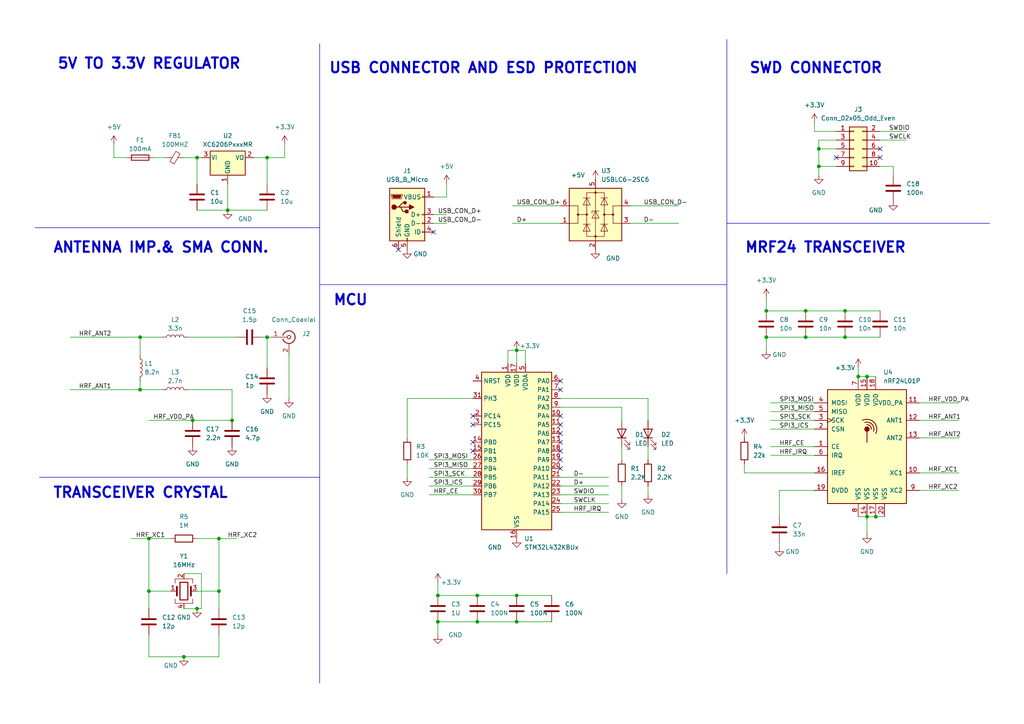
<source format=kicad_sch>
(kicad_sch (version 20230121) (generator eeschema)

  (uuid 6226035c-67fa-48df-8d20-b6274e220c70)

  (paper "A4")

  (lib_symbols
    (symbol "Connector:Conn_Coaxial" (pin_names (offset 1.016) hide) (in_bom yes) (on_board yes)
      (property "Reference" "J" (at 0.254 3.048 0)
        (effects (font (size 1.27 1.27)))
      )
      (property "Value" "Conn_Coaxial" (at 2.921 0 90)
        (effects (font (size 1.27 1.27)))
      )
      (property "Footprint" "" (at 0 0 0)
        (effects (font (size 1.27 1.27)) hide)
      )
      (property "Datasheet" " ~" (at 0 0 0)
        (effects (font (size 1.27 1.27)) hide)
      )
      (property "ki_keywords" "BNC SMA SMB SMC LEMO coaxial connector CINCH RCA" (at 0 0 0)
        (effects (font (size 1.27 1.27)) hide)
      )
      (property "ki_description" "coaxial connector (BNC, SMA, SMB, SMC, Cinch/RCA, LEMO, ...)" (at 0 0 0)
        (effects (font (size 1.27 1.27)) hide)
      )
      (property "ki_fp_filters" "*BNC* *SMA* *SMB* *SMC* *Cinch* *LEMO*" (at 0 0 0)
        (effects (font (size 1.27 1.27)) hide)
      )
      (symbol "Conn_Coaxial_0_1"
        (arc (start -1.778 -0.508) (mid 0.2311 -1.8066) (end 1.778 0)
          (stroke (width 0.254) (type default))
          (fill (type none))
        )
        (polyline
          (pts
            (xy -2.54 0)
            (xy -0.508 0)
          )
          (stroke (width 0) (type default))
          (fill (type none))
        )
        (polyline
          (pts
            (xy 0 -2.54)
            (xy 0 -1.778)
          )
          (stroke (width 0) (type default))
          (fill (type none))
        )
        (circle (center 0 0) (radius 0.508)
          (stroke (width 0.2032) (type default))
          (fill (type none))
        )
        (arc (start 1.778 0) (mid 0.2099 1.8101) (end -1.778 0.508)
          (stroke (width 0.254) (type default))
          (fill (type none))
        )
      )
      (symbol "Conn_Coaxial_1_1"
        (pin passive line (at -5.08 0 0) (length 2.54)
          (name "In" (effects (font (size 1.27 1.27))))
          (number "1" (effects (font (size 1.27 1.27))))
        )
        (pin passive line (at 0 -5.08 90) (length 2.54)
          (name "Ext" (effects (font (size 1.27 1.27))))
          (number "2" (effects (font (size 1.27 1.27))))
        )
      )
    )
    (symbol "Connector:USB_B_Micro" (pin_names (offset 1.016)) (in_bom yes) (on_board yes)
      (property "Reference" "J" (at -5.08 11.43 0)
        (effects (font (size 1.27 1.27)) (justify left))
      )
      (property "Value" "USB_B_Micro" (at -5.08 8.89 0)
        (effects (font (size 1.27 1.27)) (justify left))
      )
      (property "Footprint" "" (at 3.81 -1.27 0)
        (effects (font (size 1.27 1.27)) hide)
      )
      (property "Datasheet" "~" (at 3.81 -1.27 0)
        (effects (font (size 1.27 1.27)) hide)
      )
      (property "ki_keywords" "connector USB micro" (at 0 0 0)
        (effects (font (size 1.27 1.27)) hide)
      )
      (property "ki_description" "USB Micro Type B connector" (at 0 0 0)
        (effects (font (size 1.27 1.27)) hide)
      )
      (property "ki_fp_filters" "USB*" (at 0 0 0)
        (effects (font (size 1.27 1.27)) hide)
      )
      (symbol "USB_B_Micro_0_1"
        (rectangle (start -5.08 -7.62) (end 5.08 7.62)
          (stroke (width 0.254) (type default))
          (fill (type background))
        )
        (circle (center -3.81 2.159) (radius 0.635)
          (stroke (width 0.254) (type default))
          (fill (type outline))
        )
        (circle (center -0.635 3.429) (radius 0.381)
          (stroke (width 0.254) (type default))
          (fill (type outline))
        )
        (rectangle (start -0.127 -7.62) (end 0.127 -6.858)
          (stroke (width 0) (type default))
          (fill (type none))
        )
        (polyline
          (pts
            (xy -1.905 2.159)
            (xy 0.635 2.159)
          )
          (stroke (width 0.254) (type default))
          (fill (type none))
        )
        (polyline
          (pts
            (xy -3.175 2.159)
            (xy -2.54 2.159)
            (xy -1.27 3.429)
            (xy -0.635 3.429)
          )
          (stroke (width 0.254) (type default))
          (fill (type none))
        )
        (polyline
          (pts
            (xy -2.54 2.159)
            (xy -1.905 2.159)
            (xy -1.27 0.889)
            (xy 0 0.889)
          )
          (stroke (width 0.254) (type default))
          (fill (type none))
        )
        (polyline
          (pts
            (xy 0.635 2.794)
            (xy 0.635 1.524)
            (xy 1.905 2.159)
            (xy 0.635 2.794)
          )
          (stroke (width 0.254) (type default))
          (fill (type outline))
        )
        (polyline
          (pts
            (xy -4.318 5.588)
            (xy -1.778 5.588)
            (xy -2.032 4.826)
            (xy -4.064 4.826)
            (xy -4.318 5.588)
          )
          (stroke (width 0) (type default))
          (fill (type outline))
        )
        (polyline
          (pts
            (xy -4.699 5.842)
            (xy -4.699 5.588)
            (xy -4.445 4.826)
            (xy -4.445 4.572)
            (xy -1.651 4.572)
            (xy -1.651 4.826)
            (xy -1.397 5.588)
            (xy -1.397 5.842)
            (xy -4.699 5.842)
          )
          (stroke (width 0) (type default))
          (fill (type none))
        )
        (rectangle (start 0.254 1.27) (end -0.508 0.508)
          (stroke (width 0.254) (type default))
          (fill (type outline))
        )
        (rectangle (start 5.08 -5.207) (end 4.318 -4.953)
          (stroke (width 0) (type default))
          (fill (type none))
        )
        (rectangle (start 5.08 -2.667) (end 4.318 -2.413)
          (stroke (width 0) (type default))
          (fill (type none))
        )
        (rectangle (start 5.08 -0.127) (end 4.318 0.127)
          (stroke (width 0) (type default))
          (fill (type none))
        )
        (rectangle (start 5.08 4.953) (end 4.318 5.207)
          (stroke (width 0) (type default))
          (fill (type none))
        )
      )
      (symbol "USB_B_Micro_1_1"
        (pin power_out line (at 7.62 5.08 180) (length 2.54)
          (name "VBUS" (effects (font (size 1.27 1.27))))
          (number "1" (effects (font (size 1.27 1.27))))
        )
        (pin bidirectional line (at 7.62 -2.54 180) (length 2.54)
          (name "D-" (effects (font (size 1.27 1.27))))
          (number "2" (effects (font (size 1.27 1.27))))
        )
        (pin bidirectional line (at 7.62 0 180) (length 2.54)
          (name "D+" (effects (font (size 1.27 1.27))))
          (number "3" (effects (font (size 1.27 1.27))))
        )
        (pin passive line (at 7.62 -5.08 180) (length 2.54)
          (name "ID" (effects (font (size 1.27 1.27))))
          (number "4" (effects (font (size 1.27 1.27))))
        )
        (pin power_out line (at 0 -10.16 90) (length 2.54)
          (name "GND" (effects (font (size 1.27 1.27))))
          (number "5" (effects (font (size 1.27 1.27))))
        )
        (pin passive line (at -2.54 -10.16 90) (length 2.54)
          (name "Shield" (effects (font (size 1.27 1.27))))
          (number "6" (effects (font (size 1.27 1.27))))
        )
      )
    )
    (symbol "Connector_Generic:Conn_02x05_Odd_Even" (pin_names (offset 1.016) hide) (in_bom yes) (on_board yes)
      (property "Reference" "J" (at 1.27 7.62 0)
        (effects (font (size 1.27 1.27)))
      )
      (property "Value" "Conn_02x05_Odd_Even" (at 1.27 -7.62 0)
        (effects (font (size 1.27 1.27)))
      )
      (property "Footprint" "" (at 0 0 0)
        (effects (font (size 1.27 1.27)) hide)
      )
      (property "Datasheet" "~" (at 0 0 0)
        (effects (font (size 1.27 1.27)) hide)
      )
      (property "ki_keywords" "connector" (at 0 0 0)
        (effects (font (size 1.27 1.27)) hide)
      )
      (property "ki_description" "Generic connector, double row, 02x05, odd/even pin numbering scheme (row 1 odd numbers, row 2 even numbers), script generated (kicad-library-utils/schlib/autogen/connector/)" (at 0 0 0)
        (effects (font (size 1.27 1.27)) hide)
      )
      (property "ki_fp_filters" "Connector*:*_2x??_*" (at 0 0 0)
        (effects (font (size 1.27 1.27)) hide)
      )
      (symbol "Conn_02x05_Odd_Even_1_1"
        (rectangle (start -1.27 -4.953) (end 0 -5.207)
          (stroke (width 0.1524) (type default))
          (fill (type none))
        )
        (rectangle (start -1.27 -2.413) (end 0 -2.667)
          (stroke (width 0.1524) (type default))
          (fill (type none))
        )
        (rectangle (start -1.27 0.127) (end 0 -0.127)
          (stroke (width 0.1524) (type default))
          (fill (type none))
        )
        (rectangle (start -1.27 2.667) (end 0 2.413)
          (stroke (width 0.1524) (type default))
          (fill (type none))
        )
        (rectangle (start -1.27 5.207) (end 0 4.953)
          (stroke (width 0.1524) (type default))
          (fill (type none))
        )
        (rectangle (start -1.27 6.35) (end 3.81 -6.35)
          (stroke (width 0.254) (type default))
          (fill (type background))
        )
        (rectangle (start 3.81 -4.953) (end 2.54 -5.207)
          (stroke (width 0.1524) (type default))
          (fill (type none))
        )
        (rectangle (start 3.81 -2.413) (end 2.54 -2.667)
          (stroke (width 0.1524) (type default))
          (fill (type none))
        )
        (rectangle (start 3.81 0.127) (end 2.54 -0.127)
          (stroke (width 0.1524) (type default))
          (fill (type none))
        )
        (rectangle (start 3.81 2.667) (end 2.54 2.413)
          (stroke (width 0.1524) (type default))
          (fill (type none))
        )
        (rectangle (start 3.81 5.207) (end 2.54 4.953)
          (stroke (width 0.1524) (type default))
          (fill (type none))
        )
        (pin passive line (at -5.08 5.08 0) (length 3.81)
          (name "Pin_1" (effects (font (size 1.27 1.27))))
          (number "1" (effects (font (size 1.27 1.27))))
        )
        (pin passive line (at 7.62 -5.08 180) (length 3.81)
          (name "Pin_10" (effects (font (size 1.27 1.27))))
          (number "10" (effects (font (size 1.27 1.27))))
        )
        (pin passive line (at 7.62 5.08 180) (length 3.81)
          (name "Pin_2" (effects (font (size 1.27 1.27))))
          (number "2" (effects (font (size 1.27 1.27))))
        )
        (pin passive line (at -5.08 2.54 0) (length 3.81)
          (name "Pin_3" (effects (font (size 1.27 1.27))))
          (number "3" (effects (font (size 1.27 1.27))))
        )
        (pin passive line (at 7.62 2.54 180) (length 3.81)
          (name "Pin_4" (effects (font (size 1.27 1.27))))
          (number "4" (effects (font (size 1.27 1.27))))
        )
        (pin passive line (at -5.08 0 0) (length 3.81)
          (name "Pin_5" (effects (font (size 1.27 1.27))))
          (number "5" (effects (font (size 1.27 1.27))))
        )
        (pin passive line (at 7.62 0 180) (length 3.81)
          (name "Pin_6" (effects (font (size 1.27 1.27))))
          (number "6" (effects (font (size 1.27 1.27))))
        )
        (pin passive line (at -5.08 -2.54 0) (length 3.81)
          (name "Pin_7" (effects (font (size 1.27 1.27))))
          (number "7" (effects (font (size 1.27 1.27))))
        )
        (pin passive line (at 7.62 -2.54 180) (length 3.81)
          (name "Pin_8" (effects (font (size 1.27 1.27))))
          (number "8" (effects (font (size 1.27 1.27))))
        )
        (pin passive line (at -5.08 -5.08 0) (length 3.81)
          (name "Pin_9" (effects (font (size 1.27 1.27))))
          (number "9" (effects (font (size 1.27 1.27))))
        )
      )
    )
    (symbol "Device:C" (pin_numbers hide) (pin_names (offset 0.254)) (in_bom yes) (on_board yes)
      (property "Reference" "C" (at 0.635 2.54 0)
        (effects (font (size 1.27 1.27)) (justify left))
      )
      (property "Value" "C" (at 0.635 -2.54 0)
        (effects (font (size 1.27 1.27)) (justify left))
      )
      (property "Footprint" "" (at 0.9652 -3.81 0)
        (effects (font (size 1.27 1.27)) hide)
      )
      (property "Datasheet" "~" (at 0 0 0)
        (effects (font (size 1.27 1.27)) hide)
      )
      (property "ki_keywords" "cap capacitor" (at 0 0 0)
        (effects (font (size 1.27 1.27)) hide)
      )
      (property "ki_description" "Unpolarized capacitor" (at 0 0 0)
        (effects (font (size 1.27 1.27)) hide)
      )
      (property "ki_fp_filters" "C_*" (at 0 0 0)
        (effects (font (size 1.27 1.27)) hide)
      )
      (symbol "C_0_1"
        (polyline
          (pts
            (xy -2.032 -0.762)
            (xy 2.032 -0.762)
          )
          (stroke (width 0.508) (type default))
          (fill (type none))
        )
        (polyline
          (pts
            (xy -2.032 0.762)
            (xy 2.032 0.762)
          )
          (stroke (width 0.508) (type default))
          (fill (type none))
        )
      )
      (symbol "C_1_1"
        (pin passive line (at 0 3.81 270) (length 2.794)
          (name "~" (effects (font (size 1.27 1.27))))
          (number "1" (effects (font (size 1.27 1.27))))
        )
        (pin passive line (at 0 -3.81 90) (length 2.794)
          (name "~" (effects (font (size 1.27 1.27))))
          (number "2" (effects (font (size 1.27 1.27))))
        )
      )
    )
    (symbol "Device:Crystal_GND24" (pin_names (offset 1.016) hide) (in_bom yes) (on_board yes)
      (property "Reference" "Y" (at 3.175 5.08 0)
        (effects (font (size 1.27 1.27)) (justify left))
      )
      (property "Value" "Crystal_GND24" (at 3.175 3.175 0)
        (effects (font (size 1.27 1.27)) (justify left))
      )
      (property "Footprint" "" (at 0 0 0)
        (effects (font (size 1.27 1.27)) hide)
      )
      (property "Datasheet" "~" (at 0 0 0)
        (effects (font (size 1.27 1.27)) hide)
      )
      (property "ki_keywords" "quartz ceramic resonator oscillator" (at 0 0 0)
        (effects (font (size 1.27 1.27)) hide)
      )
      (property "ki_description" "Four pin crystal, GND on pins 2 and 4" (at 0 0 0)
        (effects (font (size 1.27 1.27)) hide)
      )
      (property "ki_fp_filters" "Crystal*" (at 0 0 0)
        (effects (font (size 1.27 1.27)) hide)
      )
      (symbol "Crystal_GND24_0_1"
        (rectangle (start -1.143 2.54) (end 1.143 -2.54)
          (stroke (width 0.3048) (type default))
          (fill (type none))
        )
        (polyline
          (pts
            (xy -2.54 0)
            (xy -2.032 0)
          )
          (stroke (width 0) (type default))
          (fill (type none))
        )
        (polyline
          (pts
            (xy -2.032 -1.27)
            (xy -2.032 1.27)
          )
          (stroke (width 0.508) (type default))
          (fill (type none))
        )
        (polyline
          (pts
            (xy 0 -3.81)
            (xy 0 -3.556)
          )
          (stroke (width 0) (type default))
          (fill (type none))
        )
        (polyline
          (pts
            (xy 0 3.556)
            (xy 0 3.81)
          )
          (stroke (width 0) (type default))
          (fill (type none))
        )
        (polyline
          (pts
            (xy 2.032 -1.27)
            (xy 2.032 1.27)
          )
          (stroke (width 0.508) (type default))
          (fill (type none))
        )
        (polyline
          (pts
            (xy 2.032 0)
            (xy 2.54 0)
          )
          (stroke (width 0) (type default))
          (fill (type none))
        )
        (polyline
          (pts
            (xy -2.54 -2.286)
            (xy -2.54 -3.556)
            (xy 2.54 -3.556)
            (xy 2.54 -2.286)
          )
          (stroke (width 0) (type default))
          (fill (type none))
        )
        (polyline
          (pts
            (xy -2.54 2.286)
            (xy -2.54 3.556)
            (xy 2.54 3.556)
            (xy 2.54 2.286)
          )
          (stroke (width 0) (type default))
          (fill (type none))
        )
      )
      (symbol "Crystal_GND24_1_1"
        (pin passive line (at -3.81 0 0) (length 1.27)
          (name "1" (effects (font (size 1.27 1.27))))
          (number "1" (effects (font (size 1.27 1.27))))
        )
        (pin passive line (at 0 5.08 270) (length 1.27)
          (name "2" (effects (font (size 1.27 1.27))))
          (number "2" (effects (font (size 1.27 1.27))))
        )
        (pin passive line (at 3.81 0 180) (length 1.27)
          (name "3" (effects (font (size 1.27 1.27))))
          (number "3" (effects (font (size 1.27 1.27))))
        )
        (pin passive line (at 0 -5.08 90) (length 1.27)
          (name "4" (effects (font (size 1.27 1.27))))
          (number "4" (effects (font (size 1.27 1.27))))
        )
      )
    )
    (symbol "Device:FerriteBead_Small" (pin_numbers hide) (pin_names (offset 0)) (in_bom yes) (on_board yes)
      (property "Reference" "FB" (at 1.905 1.27 0)
        (effects (font (size 1.27 1.27)) (justify left))
      )
      (property "Value" "FerriteBead_Small" (at 1.905 -1.27 0)
        (effects (font (size 1.27 1.27)) (justify left))
      )
      (property "Footprint" "" (at -1.778 0 90)
        (effects (font (size 1.27 1.27)) hide)
      )
      (property "Datasheet" "~" (at 0 0 0)
        (effects (font (size 1.27 1.27)) hide)
      )
      (property "ki_keywords" "L ferrite bead inductor filter" (at 0 0 0)
        (effects (font (size 1.27 1.27)) hide)
      )
      (property "ki_description" "Ferrite bead, small symbol" (at 0 0 0)
        (effects (font (size 1.27 1.27)) hide)
      )
      (property "ki_fp_filters" "Inductor_* L_* *Ferrite*" (at 0 0 0)
        (effects (font (size 1.27 1.27)) hide)
      )
      (symbol "FerriteBead_Small_0_1"
        (polyline
          (pts
            (xy 0 -1.27)
            (xy 0 -0.7874)
          )
          (stroke (width 0) (type default))
          (fill (type none))
        )
        (polyline
          (pts
            (xy 0 0.889)
            (xy 0 1.2954)
          )
          (stroke (width 0) (type default))
          (fill (type none))
        )
        (polyline
          (pts
            (xy -1.8288 0.2794)
            (xy -1.1176 1.4986)
            (xy 1.8288 -0.2032)
            (xy 1.1176 -1.4224)
            (xy -1.8288 0.2794)
          )
          (stroke (width 0) (type default))
          (fill (type none))
        )
      )
      (symbol "FerriteBead_Small_1_1"
        (pin passive line (at 0 2.54 270) (length 1.27)
          (name "~" (effects (font (size 1.27 1.27))))
          (number "1" (effects (font (size 1.27 1.27))))
        )
        (pin passive line (at 0 -2.54 90) (length 1.27)
          (name "~" (effects (font (size 1.27 1.27))))
          (number "2" (effects (font (size 1.27 1.27))))
        )
      )
    )
    (symbol "Device:Fuse" (pin_numbers hide) (pin_names (offset 0)) (in_bom yes) (on_board yes)
      (property "Reference" "F" (at 2.032 0 90)
        (effects (font (size 1.27 1.27)))
      )
      (property "Value" "Fuse" (at -1.905 0 90)
        (effects (font (size 1.27 1.27)))
      )
      (property "Footprint" "" (at -1.778 0 90)
        (effects (font (size 1.27 1.27)) hide)
      )
      (property "Datasheet" "~" (at 0 0 0)
        (effects (font (size 1.27 1.27)) hide)
      )
      (property "ki_keywords" "fuse" (at 0 0 0)
        (effects (font (size 1.27 1.27)) hide)
      )
      (property "ki_description" "Fuse" (at 0 0 0)
        (effects (font (size 1.27 1.27)) hide)
      )
      (property "ki_fp_filters" "*Fuse*" (at 0 0 0)
        (effects (font (size 1.27 1.27)) hide)
      )
      (symbol "Fuse_0_1"
        (rectangle (start -0.762 -2.54) (end 0.762 2.54)
          (stroke (width 0.254) (type default))
          (fill (type none))
        )
        (polyline
          (pts
            (xy 0 2.54)
            (xy 0 -2.54)
          )
          (stroke (width 0) (type default))
          (fill (type none))
        )
      )
      (symbol "Fuse_1_1"
        (pin passive line (at 0 3.81 270) (length 1.27)
          (name "~" (effects (font (size 1.27 1.27))))
          (number "1" (effects (font (size 1.27 1.27))))
        )
        (pin passive line (at 0 -3.81 90) (length 1.27)
          (name "~" (effects (font (size 1.27 1.27))))
          (number "2" (effects (font (size 1.27 1.27))))
        )
      )
    )
    (symbol "Device:L" (pin_numbers hide) (pin_names (offset 1.016) hide) (in_bom yes) (on_board yes)
      (property "Reference" "L" (at -1.27 0 90)
        (effects (font (size 1.27 1.27)))
      )
      (property "Value" "L" (at 1.905 0 90)
        (effects (font (size 1.27 1.27)))
      )
      (property "Footprint" "" (at 0 0 0)
        (effects (font (size 1.27 1.27)) hide)
      )
      (property "Datasheet" "~" (at 0 0 0)
        (effects (font (size 1.27 1.27)) hide)
      )
      (property "ki_keywords" "inductor choke coil reactor magnetic" (at 0 0 0)
        (effects (font (size 1.27 1.27)) hide)
      )
      (property "ki_description" "Inductor" (at 0 0 0)
        (effects (font (size 1.27 1.27)) hide)
      )
      (property "ki_fp_filters" "Choke_* *Coil* Inductor_* L_*" (at 0 0 0)
        (effects (font (size 1.27 1.27)) hide)
      )
      (symbol "L_0_1"
        (arc (start 0 -2.54) (mid 0.6323 -1.905) (end 0 -1.27)
          (stroke (width 0) (type default))
          (fill (type none))
        )
        (arc (start 0 -1.27) (mid 0.6323 -0.635) (end 0 0)
          (stroke (width 0) (type default))
          (fill (type none))
        )
        (arc (start 0 0) (mid 0.6323 0.635) (end 0 1.27)
          (stroke (width 0) (type default))
          (fill (type none))
        )
        (arc (start 0 1.27) (mid 0.6323 1.905) (end 0 2.54)
          (stroke (width 0) (type default))
          (fill (type none))
        )
      )
      (symbol "L_1_1"
        (pin passive line (at 0 3.81 270) (length 1.27)
          (name "1" (effects (font (size 1.27 1.27))))
          (number "1" (effects (font (size 1.27 1.27))))
        )
        (pin passive line (at 0 -3.81 90) (length 1.27)
          (name "2" (effects (font (size 1.27 1.27))))
          (number "2" (effects (font (size 1.27 1.27))))
        )
      )
    )
    (symbol "Device:LED" (pin_numbers hide) (pin_names (offset 1.016) hide) (in_bom yes) (on_board yes)
      (property "Reference" "D" (at 0 2.54 0)
        (effects (font (size 1.27 1.27)))
      )
      (property "Value" "LED" (at 0 -2.54 0)
        (effects (font (size 1.27 1.27)))
      )
      (property "Footprint" "" (at 0 0 0)
        (effects (font (size 1.27 1.27)) hide)
      )
      (property "Datasheet" "~" (at 0 0 0)
        (effects (font (size 1.27 1.27)) hide)
      )
      (property "ki_keywords" "LED diode" (at 0 0 0)
        (effects (font (size 1.27 1.27)) hide)
      )
      (property "ki_description" "Light emitting diode" (at 0 0 0)
        (effects (font (size 1.27 1.27)) hide)
      )
      (property "ki_fp_filters" "LED* LED_SMD:* LED_THT:*" (at 0 0 0)
        (effects (font (size 1.27 1.27)) hide)
      )
      (symbol "LED_0_1"
        (polyline
          (pts
            (xy -1.27 -1.27)
            (xy -1.27 1.27)
          )
          (stroke (width 0.254) (type default))
          (fill (type none))
        )
        (polyline
          (pts
            (xy -1.27 0)
            (xy 1.27 0)
          )
          (stroke (width 0) (type default))
          (fill (type none))
        )
        (polyline
          (pts
            (xy 1.27 -1.27)
            (xy 1.27 1.27)
            (xy -1.27 0)
            (xy 1.27 -1.27)
          )
          (stroke (width 0.254) (type default))
          (fill (type none))
        )
        (polyline
          (pts
            (xy -3.048 -0.762)
            (xy -4.572 -2.286)
            (xy -3.81 -2.286)
            (xy -4.572 -2.286)
            (xy -4.572 -1.524)
          )
          (stroke (width 0) (type default))
          (fill (type none))
        )
        (polyline
          (pts
            (xy -1.778 -0.762)
            (xy -3.302 -2.286)
            (xy -2.54 -2.286)
            (xy -3.302 -2.286)
            (xy -3.302 -1.524)
          )
          (stroke (width 0) (type default))
          (fill (type none))
        )
      )
      (symbol "LED_1_1"
        (pin passive line (at -3.81 0 0) (length 2.54)
          (name "K" (effects (font (size 1.27 1.27))))
          (number "1" (effects (font (size 1.27 1.27))))
        )
        (pin passive line (at 3.81 0 180) (length 2.54)
          (name "A" (effects (font (size 1.27 1.27))))
          (number "2" (effects (font (size 1.27 1.27))))
        )
      )
    )
    (symbol "Device:R" (pin_numbers hide) (pin_names (offset 0)) (in_bom yes) (on_board yes)
      (property "Reference" "R" (at 2.032 0 90)
        (effects (font (size 1.27 1.27)))
      )
      (property "Value" "R" (at 0 0 90)
        (effects (font (size 1.27 1.27)))
      )
      (property "Footprint" "" (at -1.778 0 90)
        (effects (font (size 1.27 1.27)) hide)
      )
      (property "Datasheet" "~" (at 0 0 0)
        (effects (font (size 1.27 1.27)) hide)
      )
      (property "ki_keywords" "R res resistor" (at 0 0 0)
        (effects (font (size 1.27 1.27)) hide)
      )
      (property "ki_description" "Resistor" (at 0 0 0)
        (effects (font (size 1.27 1.27)) hide)
      )
      (property "ki_fp_filters" "R_*" (at 0 0 0)
        (effects (font (size 1.27 1.27)) hide)
      )
      (symbol "R_0_1"
        (rectangle (start -1.016 -2.54) (end 1.016 2.54)
          (stroke (width 0.254) (type default))
          (fill (type none))
        )
      )
      (symbol "R_1_1"
        (pin passive line (at 0 3.81 270) (length 1.27)
          (name "~" (effects (font (size 1.27 1.27))))
          (number "1" (effects (font (size 1.27 1.27))))
        )
        (pin passive line (at 0 -3.81 90) (length 1.27)
          (name "~" (effects (font (size 1.27 1.27))))
          (number "2" (effects (font (size 1.27 1.27))))
        )
      )
    )
    (symbol "MCU_ST_STM32L4:STM32L432KBUx" (in_bom yes) (on_board yes)
      (property "Reference" "U" (at -10.16 24.13 0)
        (effects (font (size 1.27 1.27)) (justify left))
      )
      (property "Value" "STM32L432KBUx" (at 5.08 24.13 0)
        (effects (font (size 1.27 1.27)) (justify left))
      )
      (property "Footprint" "Package_DFN_QFN:QFN-32-1EP_5x5mm_P0.5mm_EP3.45x3.45mm" (at -10.16 -22.86 0)
        (effects (font (size 1.27 1.27)) (justify right) hide)
      )
      (property "Datasheet" "https://www.st.com/resource/en/datasheet/stm32l432kb.pdf" (at 0 0 0)
        (effects (font (size 1.27 1.27)) hide)
      )
      (property "ki_locked" "" (at 0 0 0)
        (effects (font (size 1.27 1.27)))
      )
      (property "ki_keywords" "Arm Cortex-M4 STM32L4 STM32L4x2" (at 0 0 0)
        (effects (font (size 1.27 1.27)) hide)
      )
      (property "ki_description" "STMicroelectronics Arm Cortex-M4 MCU, 128KB flash, 64KB RAM, 80 MHz, 1.71-3.6V, 26 GPIO, UFQFPN32" (at 0 0 0)
        (effects (font (size 1.27 1.27)) hide)
      )
      (property "ki_fp_filters" "QFN*1EP*5x5mm*P0.5mm*" (at 0 0 0)
        (effects (font (size 1.27 1.27)) hide)
      )
      (symbol "STM32L432KBUx_0_1"
        (rectangle (start -10.16 -22.86) (end 10.16 22.86)
          (stroke (width 0.254) (type default))
          (fill (type background))
        )
      )
      (symbol "STM32L432KBUx_1_1"
        (pin power_in line (at -2.54 25.4 270) (length 2.54)
          (name "VDD" (effects (font (size 1.27 1.27))))
          (number "1" (effects (font (size 1.27 1.27))))
        )
        (pin bidirectional line (at 12.7 10.16 180) (length 2.54)
          (name "PA4" (effects (font (size 1.27 1.27))))
          (number "10" (effects (font (size 1.27 1.27))))
          (alternate "ADC1_IN9" bidirectional line)
          (alternate "COMP1_INM" bidirectional line)
          (alternate "COMP2_INM" bidirectional line)
          (alternate "DAC1_OUT1" bidirectional line)
          (alternate "LPTIM2_OUT" bidirectional line)
          (alternate "SAI1_FS_B" bidirectional line)
          (alternate "SPI1_NSS" bidirectional line)
          (alternate "SPI3_NSS" bidirectional line)
          (alternate "USART2_CK" bidirectional line)
        )
        (pin bidirectional line (at 12.7 7.62 180) (length 2.54)
          (name "PA5" (effects (font (size 1.27 1.27))))
          (number "11" (effects (font (size 1.27 1.27))))
          (alternate "ADC1_IN10" bidirectional line)
          (alternate "COMP1_INM" bidirectional line)
          (alternate "COMP2_INM" bidirectional line)
          (alternate "DAC1_OUT2" bidirectional line)
          (alternate "LPTIM2_ETR" bidirectional line)
          (alternate "SPI1_SCK" bidirectional line)
          (alternate "TIM2_CH1" bidirectional line)
          (alternate "TIM2_ETR" bidirectional line)
        )
        (pin bidirectional line (at 12.7 5.08 180) (length 2.54)
          (name "PA6" (effects (font (size 1.27 1.27))))
          (number "12" (effects (font (size 1.27 1.27))))
          (alternate "ADC1_IN11" bidirectional line)
          (alternate "COMP1_OUT" bidirectional line)
          (alternate "LPUART1_CTS" bidirectional line)
          (alternate "QUADSPI_BK1_IO3" bidirectional line)
          (alternate "SPI1_MISO" bidirectional line)
          (alternate "TIM16_CH1" bidirectional line)
          (alternate "TIM1_BKIN" bidirectional line)
          (alternate "TIM1_BKIN_COMP2" bidirectional line)
        )
        (pin bidirectional line (at 12.7 2.54 180) (length 2.54)
          (name "PA7" (effects (font (size 1.27 1.27))))
          (number "13" (effects (font (size 1.27 1.27))))
          (alternate "ADC1_IN12" bidirectional line)
          (alternate "COMP2_OUT" bidirectional line)
          (alternate "I2C3_SCL" bidirectional line)
          (alternate "QUADSPI_BK1_IO2" bidirectional line)
          (alternate "SPI1_MOSI" bidirectional line)
          (alternate "TIM1_CH1N" bidirectional line)
        )
        (pin bidirectional line (at -12.7 2.54 0) (length 2.54)
          (name "PB0" (effects (font (size 1.27 1.27))))
          (number "14" (effects (font (size 1.27 1.27))))
          (alternate "ADC1_IN15" bidirectional line)
          (alternate "COMP1_OUT" bidirectional line)
          (alternate "QUADSPI_BK1_IO1" bidirectional line)
          (alternate "SAI1_EXTCLK" bidirectional line)
          (alternate "SPI1_NSS" bidirectional line)
          (alternate "TIM1_CH2N" bidirectional line)
        )
        (pin bidirectional line (at -12.7 0 0) (length 2.54)
          (name "PB1" (effects (font (size 1.27 1.27))))
          (number "15" (effects (font (size 1.27 1.27))))
          (alternate "ADC1_IN16" bidirectional line)
          (alternate "COMP1_INM" bidirectional line)
          (alternate "LPTIM2_IN1" bidirectional line)
          (alternate "LPUART1_DE" bidirectional line)
          (alternate "LPUART1_RTS" bidirectional line)
          (alternate "QUADSPI_BK1_IO0" bidirectional line)
          (alternate "TIM1_CH3N" bidirectional line)
        )
        (pin power_in line (at 0 -25.4 90) (length 2.54)
          (name "VSS" (effects (font (size 1.27 1.27))))
          (number "16" (effects (font (size 1.27 1.27))))
        )
        (pin power_in line (at 0 25.4 270) (length 2.54)
          (name "VDD" (effects (font (size 1.27 1.27))))
          (number "17" (effects (font (size 1.27 1.27))))
        )
        (pin bidirectional line (at 12.7 0 180) (length 2.54)
          (name "PA8" (effects (font (size 1.27 1.27))))
          (number "18" (effects (font (size 1.27 1.27))))
          (alternate "LPTIM2_OUT" bidirectional line)
          (alternate "RCC_MCO" bidirectional line)
          (alternate "SAI1_SCK_A" bidirectional line)
          (alternate "SWPMI1_IO" bidirectional line)
          (alternate "TIM1_CH1" bidirectional line)
          (alternate "USART1_CK" bidirectional line)
        )
        (pin bidirectional line (at 12.7 -2.54 180) (length 2.54)
          (name "PA9" (effects (font (size 1.27 1.27))))
          (number "19" (effects (font (size 1.27 1.27))))
          (alternate "DAC1_EXTI9" bidirectional line)
          (alternate "I2C1_SCL" bidirectional line)
          (alternate "SAI1_FS_A" bidirectional line)
          (alternate "TIM15_BKIN" bidirectional line)
          (alternate "TIM1_CH2" bidirectional line)
          (alternate "USART1_TX" bidirectional line)
        )
        (pin bidirectional line (at -12.7 10.16 0) (length 2.54)
          (name "PC14" (effects (font (size 1.27 1.27))))
          (number "2" (effects (font (size 1.27 1.27))))
          (alternate "RCC_OSC32_IN" bidirectional line)
        )
        (pin bidirectional line (at 12.7 -5.08 180) (length 2.54)
          (name "PA10" (effects (font (size 1.27 1.27))))
          (number "20" (effects (font (size 1.27 1.27))))
          (alternate "CRS_SYNC" bidirectional line)
          (alternate "I2C1_SDA" bidirectional line)
          (alternate "SAI1_SD_A" bidirectional line)
          (alternate "TIM1_CH3" bidirectional line)
          (alternate "USART1_RX" bidirectional line)
        )
        (pin bidirectional line (at 12.7 -7.62 180) (length 2.54)
          (name "PA11" (effects (font (size 1.27 1.27))))
          (number "21" (effects (font (size 1.27 1.27))))
          (alternate "ADC1_EXTI11" bidirectional line)
          (alternate "CAN1_RX" bidirectional line)
          (alternate "COMP1_OUT" bidirectional line)
          (alternate "SPI1_MISO" bidirectional line)
          (alternate "TIM1_BKIN2" bidirectional line)
          (alternate "TIM1_BKIN2_COMP1" bidirectional line)
          (alternate "TIM1_CH4" bidirectional line)
          (alternate "USART1_CTS" bidirectional line)
          (alternate "USB_DM" bidirectional line)
        )
        (pin bidirectional line (at 12.7 -10.16 180) (length 2.54)
          (name "PA12" (effects (font (size 1.27 1.27))))
          (number "22" (effects (font (size 1.27 1.27))))
          (alternate "CAN1_TX" bidirectional line)
          (alternate "SPI1_MOSI" bidirectional line)
          (alternate "TIM1_ETR" bidirectional line)
          (alternate "USART1_DE" bidirectional line)
          (alternate "USART1_RTS" bidirectional line)
          (alternate "USB_DP" bidirectional line)
        )
        (pin bidirectional line (at 12.7 -12.7 180) (length 2.54)
          (name "PA13" (effects (font (size 1.27 1.27))))
          (number "23" (effects (font (size 1.27 1.27))))
          (alternate "IR_OUT" bidirectional line)
          (alternate "SAI1_SD_B" bidirectional line)
          (alternate "SWPMI1_TX" bidirectional line)
          (alternate "SYS_JTMS-SWDIO" bidirectional line)
          (alternate "USB_NOE" bidirectional line)
        )
        (pin bidirectional line (at 12.7 -15.24 180) (length 2.54)
          (name "PA14" (effects (font (size 1.27 1.27))))
          (number "24" (effects (font (size 1.27 1.27))))
          (alternate "I2C1_SMBA" bidirectional line)
          (alternate "LPTIM1_OUT" bidirectional line)
          (alternate "SAI1_FS_B" bidirectional line)
          (alternate "SWPMI1_RX" bidirectional line)
          (alternate "SYS_JTCK-SWCLK" bidirectional line)
        )
        (pin bidirectional line (at 12.7 -17.78 180) (length 2.54)
          (name "PA15" (effects (font (size 1.27 1.27))))
          (number "25" (effects (font (size 1.27 1.27))))
          (alternate "ADC1_EXTI15" bidirectional line)
          (alternate "SPI1_NSS" bidirectional line)
          (alternate "SPI3_NSS" bidirectional line)
          (alternate "SWPMI1_SUSPEND" bidirectional line)
          (alternate "SYS_JTDI" bidirectional line)
          (alternate "TIM2_CH1" bidirectional line)
          (alternate "TIM2_ETR" bidirectional line)
          (alternate "USART2_RX" bidirectional line)
        )
        (pin bidirectional line (at -12.7 -2.54 0) (length 2.54)
          (name "PB3" (effects (font (size 1.27 1.27))))
          (number "26" (effects (font (size 1.27 1.27))))
          (alternate "COMP2_INM" bidirectional line)
          (alternate "SAI1_SCK_B" bidirectional line)
          (alternate "SPI1_SCK" bidirectional line)
          (alternate "SPI3_SCK" bidirectional line)
          (alternate "SYS_JTDO-SWO" bidirectional line)
          (alternate "TIM2_CH2" bidirectional line)
          (alternate "USART1_DE" bidirectional line)
          (alternate "USART1_RTS" bidirectional line)
        )
        (pin bidirectional line (at -12.7 -5.08 0) (length 2.54)
          (name "PB4" (effects (font (size 1.27 1.27))))
          (number "27" (effects (font (size 1.27 1.27))))
          (alternate "COMP2_INP" bidirectional line)
          (alternate "I2C3_SDA" bidirectional line)
          (alternate "SAI1_MCLK_B" bidirectional line)
          (alternate "SPI1_MISO" bidirectional line)
          (alternate "SPI3_MISO" bidirectional line)
          (alternate "SYS_JTRST" bidirectional line)
          (alternate "TSC_G2_IO1" bidirectional line)
          (alternate "USART1_CTS" bidirectional line)
        )
        (pin bidirectional line (at -12.7 -7.62 0) (length 2.54)
          (name "PB5" (effects (font (size 1.27 1.27))))
          (number "28" (effects (font (size 1.27 1.27))))
          (alternate "COMP2_OUT" bidirectional line)
          (alternate "I2C1_SMBA" bidirectional line)
          (alternate "LPTIM1_IN1" bidirectional line)
          (alternate "SAI1_SD_B" bidirectional line)
          (alternate "SPI1_MOSI" bidirectional line)
          (alternate "SPI3_MOSI" bidirectional line)
          (alternate "TIM16_BKIN" bidirectional line)
          (alternate "TSC_G2_IO2" bidirectional line)
          (alternate "USART1_CK" bidirectional line)
        )
        (pin bidirectional line (at -12.7 -10.16 0) (length 2.54)
          (name "PB6" (effects (font (size 1.27 1.27))))
          (number "29" (effects (font (size 1.27 1.27))))
          (alternate "COMP2_INP" bidirectional line)
          (alternate "I2C1_SCL" bidirectional line)
          (alternate "LPTIM1_ETR" bidirectional line)
          (alternate "SAI1_FS_B" bidirectional line)
          (alternate "TIM16_CH1N" bidirectional line)
          (alternate "TSC_G2_IO3" bidirectional line)
          (alternate "USART1_TX" bidirectional line)
        )
        (pin bidirectional line (at -12.7 7.62 0) (length 2.54)
          (name "PC15" (effects (font (size 1.27 1.27))))
          (number "3" (effects (font (size 1.27 1.27))))
          (alternate "ADC1_EXTI15" bidirectional line)
          (alternate "RCC_OSC32_OUT" bidirectional line)
        )
        (pin bidirectional line (at -12.7 -12.7 0) (length 2.54)
          (name "PB7" (effects (font (size 1.27 1.27))))
          (number "30" (effects (font (size 1.27 1.27))))
          (alternate "COMP2_INM" bidirectional line)
          (alternate "I2C1_SDA" bidirectional line)
          (alternate "LPTIM1_IN2" bidirectional line)
          (alternate "SYS_PVD_IN" bidirectional line)
          (alternate "TSC_G2_IO4" bidirectional line)
          (alternate "USART1_RX" bidirectional line)
        )
        (pin bidirectional line (at -12.7 15.24 0) (length 2.54)
          (name "PH3" (effects (font (size 1.27 1.27))))
          (number "31" (effects (font (size 1.27 1.27))))
        )
        (pin passive line (at 0 -25.4 90) (length 2.54) hide
          (name "VSS" (effects (font (size 1.27 1.27))))
          (number "32" (effects (font (size 1.27 1.27))))
        )
        (pin passive line (at 0 -25.4 90) (length 2.54) hide
          (name "VSS" (effects (font (size 1.27 1.27))))
          (number "33" (effects (font (size 1.27 1.27))))
        )
        (pin input line (at -12.7 20.32 0) (length 2.54)
          (name "NRST" (effects (font (size 1.27 1.27))))
          (number "4" (effects (font (size 1.27 1.27))))
        )
        (pin power_in line (at 2.54 25.4 270) (length 2.54)
          (name "VDDA" (effects (font (size 1.27 1.27))))
          (number "5" (effects (font (size 1.27 1.27))))
        )
        (pin bidirectional line (at 12.7 20.32 180) (length 2.54)
          (name "PA0" (effects (font (size 1.27 1.27))))
          (number "6" (effects (font (size 1.27 1.27))))
          (alternate "ADC1_IN5" bidirectional line)
          (alternate "COMP1_INM" bidirectional line)
          (alternate "COMP1_OUT" bidirectional line)
          (alternate "OPAMP1_VINP" bidirectional line)
          (alternate "RCC_CK_IN" bidirectional line)
          (alternate "RTC_TAMP2" bidirectional line)
          (alternate "SAI1_EXTCLK" bidirectional line)
          (alternate "SYS_WKUP1" bidirectional line)
          (alternate "TIM2_CH1" bidirectional line)
          (alternate "TIM2_ETR" bidirectional line)
          (alternate "USART2_CTS" bidirectional line)
        )
        (pin bidirectional line (at 12.7 17.78 180) (length 2.54)
          (name "PA1" (effects (font (size 1.27 1.27))))
          (number "7" (effects (font (size 1.27 1.27))))
          (alternate "ADC1_IN6" bidirectional line)
          (alternate "COMP1_INP" bidirectional line)
          (alternate "I2C1_SMBA" bidirectional line)
          (alternate "OPAMP1_VINM" bidirectional line)
          (alternate "SPI1_SCK" bidirectional line)
          (alternate "TIM15_CH1N" bidirectional line)
          (alternate "TIM2_CH2" bidirectional line)
          (alternate "USART2_DE" bidirectional line)
          (alternate "USART2_RTS" bidirectional line)
        )
        (pin bidirectional line (at 12.7 15.24 180) (length 2.54)
          (name "PA2" (effects (font (size 1.27 1.27))))
          (number "8" (effects (font (size 1.27 1.27))))
          (alternate "ADC1_IN7" bidirectional line)
          (alternate "COMP2_INM" bidirectional line)
          (alternate "COMP2_OUT" bidirectional line)
          (alternate "LPUART1_TX" bidirectional line)
          (alternate "QUADSPI_BK1_NCS" bidirectional line)
          (alternate "RCC_LSCO" bidirectional line)
          (alternate "SYS_WKUP4" bidirectional line)
          (alternate "TIM15_CH1" bidirectional line)
          (alternate "TIM2_CH3" bidirectional line)
          (alternate "USART2_TX" bidirectional line)
        )
        (pin bidirectional line (at 12.7 12.7 180) (length 2.54)
          (name "PA3" (effects (font (size 1.27 1.27))))
          (number "9" (effects (font (size 1.27 1.27))))
          (alternate "ADC1_IN8" bidirectional line)
          (alternate "COMP2_INP" bidirectional line)
          (alternate "LPUART1_RX" bidirectional line)
          (alternate "OPAMP1_VOUT" bidirectional line)
          (alternate "QUADSPI_CLK" bidirectional line)
          (alternate "SAI1_MCLK_A" bidirectional line)
          (alternate "TIM15_CH2" bidirectional line)
          (alternate "TIM2_CH4" bidirectional line)
          (alternate "USART2_RX" bidirectional line)
        )
      )
    )
    (symbol "Power_Protection:USBLC6-2SC6" (pin_names hide) (in_bom yes) (on_board yes)
      (property "Reference" "U" (at 2.54 8.89 0)
        (effects (font (size 1.27 1.27)) (justify left))
      )
      (property "Value" "USBLC6-2SC6" (at 2.54 -8.89 0)
        (effects (font (size 1.27 1.27)) (justify left))
      )
      (property "Footprint" "Package_TO_SOT_SMD:SOT-23-6" (at 0 -12.7 0)
        (effects (font (size 1.27 1.27)) hide)
      )
      (property "Datasheet" "https://www.st.com/resource/en/datasheet/usblc6-2.pdf" (at 5.08 8.89 0)
        (effects (font (size 1.27 1.27)) hide)
      )
      (property "ki_keywords" "usb ethernet video" (at 0 0 0)
        (effects (font (size 1.27 1.27)) hide)
      )
      (property "ki_description" "Very low capacitance ESD protection diode, 2 data-line, SOT-23-6" (at 0 0 0)
        (effects (font (size 1.27 1.27)) hide)
      )
      (property "ki_fp_filters" "SOT?23*" (at 0 0 0)
        (effects (font (size 1.27 1.27)) hide)
      )
      (symbol "USBLC6-2SC6_0_1"
        (rectangle (start -7.62 -7.62) (end 7.62 7.62)
          (stroke (width 0.254) (type default))
          (fill (type background))
        )
        (circle (center -5.08 0) (radius 0.254)
          (stroke (width 0) (type default))
          (fill (type outline))
        )
        (circle (center -2.54 0) (radius 0.254)
          (stroke (width 0) (type default))
          (fill (type outline))
        )
        (rectangle (start -2.54 6.35) (end 2.54 -6.35)
          (stroke (width 0) (type default))
          (fill (type none))
        )
        (circle (center 0 -6.35) (radius 0.254)
          (stroke (width 0) (type default))
          (fill (type outline))
        )
        (polyline
          (pts
            (xy -5.08 -2.54)
            (xy -7.62 -2.54)
          )
          (stroke (width 0) (type default))
          (fill (type none))
        )
        (polyline
          (pts
            (xy -5.08 0)
            (xy -5.08 -2.54)
          )
          (stroke (width 0) (type default))
          (fill (type none))
        )
        (polyline
          (pts
            (xy -5.08 2.54)
            (xy -7.62 2.54)
          )
          (stroke (width 0) (type default))
          (fill (type none))
        )
        (polyline
          (pts
            (xy -1.524 -2.794)
            (xy -3.556 -2.794)
          )
          (stroke (width 0) (type default))
          (fill (type none))
        )
        (polyline
          (pts
            (xy -1.524 4.826)
            (xy -3.556 4.826)
          )
          (stroke (width 0) (type default))
          (fill (type none))
        )
        (polyline
          (pts
            (xy 0 -7.62)
            (xy 0 -6.35)
          )
          (stroke (width 0) (type default))
          (fill (type none))
        )
        (polyline
          (pts
            (xy 0 -6.35)
            (xy 0 1.27)
          )
          (stroke (width 0) (type default))
          (fill (type none))
        )
        (polyline
          (pts
            (xy 0 1.27)
            (xy 0 6.35)
          )
          (stroke (width 0) (type default))
          (fill (type none))
        )
        (polyline
          (pts
            (xy 0 6.35)
            (xy 0 7.62)
          )
          (stroke (width 0) (type default))
          (fill (type none))
        )
        (polyline
          (pts
            (xy 1.524 -2.794)
            (xy 3.556 -2.794)
          )
          (stroke (width 0) (type default))
          (fill (type none))
        )
        (polyline
          (pts
            (xy 1.524 4.826)
            (xy 3.556 4.826)
          )
          (stroke (width 0) (type default))
          (fill (type none))
        )
        (polyline
          (pts
            (xy 5.08 -2.54)
            (xy 7.62 -2.54)
          )
          (stroke (width 0) (type default))
          (fill (type none))
        )
        (polyline
          (pts
            (xy 5.08 0)
            (xy 5.08 -2.54)
          )
          (stroke (width 0) (type default))
          (fill (type none))
        )
        (polyline
          (pts
            (xy 5.08 2.54)
            (xy 7.62 2.54)
          )
          (stroke (width 0) (type default))
          (fill (type none))
        )
        (polyline
          (pts
            (xy -2.54 0)
            (xy -5.08 0)
            (xy -5.08 2.54)
          )
          (stroke (width 0) (type default))
          (fill (type none))
        )
        (polyline
          (pts
            (xy 2.54 0)
            (xy 5.08 0)
            (xy 5.08 2.54)
          )
          (stroke (width 0) (type default))
          (fill (type none))
        )
        (polyline
          (pts
            (xy -3.556 -4.826)
            (xy -1.524 -4.826)
            (xy -2.54 -2.794)
            (xy -3.556 -4.826)
          )
          (stroke (width 0) (type default))
          (fill (type none))
        )
        (polyline
          (pts
            (xy -3.556 2.794)
            (xy -1.524 2.794)
            (xy -2.54 4.826)
            (xy -3.556 2.794)
          )
          (stroke (width 0) (type default))
          (fill (type none))
        )
        (polyline
          (pts
            (xy -1.016 -1.016)
            (xy 1.016 -1.016)
            (xy 0 1.016)
            (xy -1.016 -1.016)
          )
          (stroke (width 0) (type default))
          (fill (type none))
        )
        (polyline
          (pts
            (xy 1.016 1.016)
            (xy 0.762 1.016)
            (xy -1.016 1.016)
            (xy -1.016 0.508)
          )
          (stroke (width 0) (type default))
          (fill (type none))
        )
        (polyline
          (pts
            (xy 3.556 -4.826)
            (xy 1.524 -4.826)
            (xy 2.54 -2.794)
            (xy 3.556 -4.826)
          )
          (stroke (width 0) (type default))
          (fill (type none))
        )
        (polyline
          (pts
            (xy 3.556 2.794)
            (xy 1.524 2.794)
            (xy 2.54 4.826)
            (xy 3.556 2.794)
          )
          (stroke (width 0) (type default))
          (fill (type none))
        )
        (circle (center 0 6.35) (radius 0.254)
          (stroke (width 0) (type default))
          (fill (type outline))
        )
        (circle (center 2.54 0) (radius 0.254)
          (stroke (width 0) (type default))
          (fill (type outline))
        )
        (circle (center 5.08 0) (radius 0.254)
          (stroke (width 0) (type default))
          (fill (type outline))
        )
      )
      (symbol "USBLC6-2SC6_1_1"
        (pin passive line (at -10.16 -2.54 0) (length 2.54)
          (name "I/O1" (effects (font (size 1.27 1.27))))
          (number "1" (effects (font (size 1.27 1.27))))
        )
        (pin passive line (at 0 -10.16 90) (length 2.54)
          (name "GND" (effects (font (size 1.27 1.27))))
          (number "2" (effects (font (size 1.27 1.27))))
        )
        (pin passive line (at 10.16 -2.54 180) (length 2.54)
          (name "I/O2" (effects (font (size 1.27 1.27))))
          (number "3" (effects (font (size 1.27 1.27))))
        )
        (pin passive line (at 10.16 2.54 180) (length 2.54)
          (name "I/O2" (effects (font (size 1.27 1.27))))
          (number "4" (effects (font (size 1.27 1.27))))
        )
        (pin passive line (at 0 10.16 270) (length 2.54)
          (name "VBUS" (effects (font (size 1.27 1.27))))
          (number "5" (effects (font (size 1.27 1.27))))
        )
        (pin passive line (at -10.16 2.54 0) (length 2.54)
          (name "I/O1" (effects (font (size 1.27 1.27))))
          (number "6" (effects (font (size 1.27 1.27))))
        )
      )
    )
    (symbol "RF:nRF24L01P" (pin_names (offset 1.016)) (in_bom yes) (on_board yes)
      (property "Reference" "U" (at -11.43 17.78 0)
        (effects (font (size 1.27 1.27)) (justify left))
      )
      (property "Value" "nRF24L01P" (at 5.08 17.78 0)
        (effects (font (size 1.27 1.27)) (justify left))
      )
      (property "Footprint" "Package_DFN_QFN:QFN-20-1EP_4x4mm_P0.5mm_EP2.5x2.5mm" (at 5.08 20.32 0)
        (effects (font (size 1.27 1.27) italic) (justify left) hide)
      )
      (property "Datasheet" "http://www.nordicsemi.com/eng/content/download/2726/34069/file/nRF24L01P_Product_Specification_1_0.pdf" (at 0 2.54 0)
        (effects (font (size 1.27 1.27)) hide)
      )
      (property "ki_keywords" "Low Power RF Transceiver" (at 0 0 0)
        (effects (font (size 1.27 1.27)) hide)
      )
      (property "ki_description" "nRF24L01+, Ultra low power 2.4GHz RF Transceiver, QFN20 4x4mm" (at 0 0 0)
        (effects (font (size 1.27 1.27)) hide)
      )
      (property "ki_fp_filters" "QFN*4x4*0.5mm*" (at 0 0 0)
        (effects (font (size 1.27 1.27)) hide)
      )
      (symbol "nRF24L01P_0_1"
        (rectangle (start -11.43 16.51) (end 11.43 -16.51)
          (stroke (width 0.254) (type default))
          (fill (type background))
        )
        (polyline
          (pts
            (xy 0 4.445)
            (xy 0 1.27)
          )
          (stroke (width 0.254) (type default))
          (fill (type none))
        )
        (circle (center 0 5.08) (radius 0.635)
          (stroke (width 0.254) (type default))
          (fill (type outline))
        )
        (arc (start 1.27 5.08) (mid 0.9071 5.9946) (end 0 6.35)
          (stroke (width 0.254) (type default))
          (fill (type none))
        )
        (arc (start 1.905 4.445) (mid 1.4313 6.5254) (end -0.635 6.985)
          (stroke (width 0.254) (type default))
          (fill (type none))
        )
        (arc (start 2.54 3.81) (mid 2.008 7.088) (end -1.27 7.62)
          (stroke (width 0.254) (type default))
          (fill (type none))
        )
        (rectangle (start 11.43 -13.97) (end 11.43 -13.97)
          (stroke (width 0) (type default))
          (fill (type none))
        )
      )
      (symbol "nRF24L01P_1_1"
        (pin input line (at -15.24 0 0) (length 3.81)
          (name "CE" (effects (font (size 1.27 1.27))))
          (number "1" (effects (font (size 1.27 1.27))))
        )
        (pin passive line (at 15.24 -7.62 180) (length 3.81)
          (name "XC1" (effects (font (size 1.27 1.27))))
          (number "10" (effects (font (size 1.27 1.27))))
        )
        (pin power_out line (at 15.24 12.7 180) (length 3.81)
          (name "VDD_PA" (effects (font (size 1.27 1.27))))
          (number "11" (effects (font (size 1.27 1.27))))
        )
        (pin passive line (at 15.24 7.62 180) (length 3.81)
          (name "ANT1" (effects (font (size 1.27 1.27))))
          (number "12" (effects (font (size 1.27 1.27))))
        )
        (pin passive line (at 15.24 2.54 180) (length 3.81)
          (name "ANT2" (effects (font (size 1.27 1.27))))
          (number "13" (effects (font (size 1.27 1.27))))
        )
        (pin power_in line (at 0 -20.32 90) (length 3.81)
          (name "VSS" (effects (font (size 1.27 1.27))))
          (number "14" (effects (font (size 1.27 1.27))))
        )
        (pin power_in line (at 0 20.32 270) (length 3.81)
          (name "VDD" (effects (font (size 1.27 1.27))))
          (number "15" (effects (font (size 1.27 1.27))))
        )
        (pin passive line (at -15.24 -7.62 0) (length 3.81)
          (name "IREF" (effects (font (size 1.27 1.27))))
          (number "16" (effects (font (size 1.27 1.27))))
        )
        (pin power_in line (at 2.54 -20.32 90) (length 3.81)
          (name "VSS" (effects (font (size 1.27 1.27))))
          (number "17" (effects (font (size 1.27 1.27))))
        )
        (pin power_in line (at 2.54 20.32 270) (length 3.81)
          (name "VDD" (effects (font (size 1.27 1.27))))
          (number "18" (effects (font (size 1.27 1.27))))
        )
        (pin power_out line (at -15.24 -12.7 0) (length 3.81)
          (name "DVDD" (effects (font (size 1.27 1.27))))
          (number "19" (effects (font (size 1.27 1.27))))
        )
        (pin input line (at -15.24 5.08 0) (length 3.81)
          (name "CSN" (effects (font (size 1.27 1.27))))
          (number "2" (effects (font (size 1.27 1.27))))
        )
        (pin power_in line (at 5.08 -20.32 90) (length 3.81)
          (name "VSS" (effects (font (size 1.27 1.27))))
          (number "20" (effects (font (size 1.27 1.27))))
        )
        (pin input clock (at -15.24 7.62 0) (length 3.81)
          (name "SCK" (effects (font (size 1.27 1.27))))
          (number "3" (effects (font (size 1.27 1.27))))
        )
        (pin input line (at -15.24 12.7 0) (length 3.81)
          (name "MOSI" (effects (font (size 1.27 1.27))))
          (number "4" (effects (font (size 1.27 1.27))))
        )
        (pin output line (at -15.24 10.16 0) (length 3.81)
          (name "MISO" (effects (font (size 1.27 1.27))))
          (number "5" (effects (font (size 1.27 1.27))))
        )
        (pin output line (at -15.24 -2.54 0) (length 3.81)
          (name "IRQ" (effects (font (size 1.27 1.27))))
          (number "6" (effects (font (size 1.27 1.27))))
        )
        (pin power_in line (at -2.54 20.32 270) (length 3.81)
          (name "VDD" (effects (font (size 1.27 1.27))))
          (number "7" (effects (font (size 1.27 1.27))))
        )
        (pin power_in line (at -2.54 -20.32 90) (length 3.81)
          (name "VSS" (effects (font (size 1.27 1.27))))
          (number "8" (effects (font (size 1.27 1.27))))
        )
        (pin passive line (at 15.24 -12.7 180) (length 3.81)
          (name "XC2" (effects (font (size 1.27 1.27))))
          (number "9" (effects (font (size 1.27 1.27))))
        )
      )
    )
    (symbol "Regulator_Linear:XC6206PxxxMR" (pin_names (offset 0.254)) (in_bom yes) (on_board yes)
      (property "Reference" "U" (at -3.81 3.175 0)
        (effects (font (size 1.27 1.27)))
      )
      (property "Value" "XC6206PxxxMR" (at 0 3.175 0)
        (effects (font (size 1.27 1.27)) (justify left))
      )
      (property "Footprint" "Package_TO_SOT_SMD:SOT-23-3" (at 0 5.715 0)
        (effects (font (size 1.27 1.27) italic) hide)
      )
      (property "Datasheet" "https://www.torexsemi.com/file/xc6206/XC6206.pdf" (at 0 0 0)
        (effects (font (size 1.27 1.27)) hide)
      )
      (property "ki_keywords" "Torex LDO Voltage Regulator Fixed Positive" (at 0 0 0)
        (effects (font (size 1.27 1.27)) hide)
      )
      (property "ki_description" "Positive 60-250mA Low Dropout Regulator, Fixed Output, SOT-23" (at 0 0 0)
        (effects (font (size 1.27 1.27)) hide)
      )
      (property "ki_fp_filters" "SOT?23?3*" (at 0 0 0)
        (effects (font (size 1.27 1.27)) hide)
      )
      (symbol "XC6206PxxxMR_0_1"
        (rectangle (start -5.08 1.905) (end 5.08 -5.08)
          (stroke (width 0.254) (type default))
          (fill (type background))
        )
      )
      (symbol "XC6206PxxxMR_1_1"
        (pin power_in line (at 0 -7.62 90) (length 2.54)
          (name "GND" (effects (font (size 1.27 1.27))))
          (number "1" (effects (font (size 1.27 1.27))))
        )
        (pin power_out line (at 7.62 0 180) (length 2.54)
          (name "VO" (effects (font (size 1.27 1.27))))
          (number "2" (effects (font (size 1.27 1.27))))
        )
        (pin power_in line (at -7.62 0 0) (length 2.54)
          (name "VI" (effects (font (size 1.27 1.27))))
          (number "3" (effects (font (size 1.27 1.27))))
        )
      )
    )
    (symbol "power:+3.3V" (power) (pin_names (offset 0)) (in_bom yes) (on_board yes)
      (property "Reference" "#PWR" (at 0 -3.81 0)
        (effects (font (size 1.27 1.27)) hide)
      )
      (property "Value" "+3.3V" (at 0 3.556 0)
        (effects (font (size 1.27 1.27)))
      )
      (property "Footprint" "" (at 0 0 0)
        (effects (font (size 1.27 1.27)) hide)
      )
      (property "Datasheet" "" (at 0 0 0)
        (effects (font (size 1.27 1.27)) hide)
      )
      (property "ki_keywords" "global power" (at 0 0 0)
        (effects (font (size 1.27 1.27)) hide)
      )
      (property "ki_description" "Power symbol creates a global label with name \"+3.3V\"" (at 0 0 0)
        (effects (font (size 1.27 1.27)) hide)
      )
      (symbol "+3.3V_0_1"
        (polyline
          (pts
            (xy -0.762 1.27)
            (xy 0 2.54)
          )
          (stroke (width 0) (type default))
          (fill (type none))
        )
        (polyline
          (pts
            (xy 0 0)
            (xy 0 2.54)
          )
          (stroke (width 0) (type default))
          (fill (type none))
        )
        (polyline
          (pts
            (xy 0 2.54)
            (xy 0.762 1.27)
          )
          (stroke (width 0) (type default))
          (fill (type none))
        )
      )
      (symbol "+3.3V_1_1"
        (pin power_in line (at 0 0 90) (length 0) hide
          (name "+3.3V" (effects (font (size 1.27 1.27))))
          (number "1" (effects (font (size 1.27 1.27))))
        )
      )
    )
    (symbol "power:+5V" (power) (pin_names (offset 0)) (in_bom yes) (on_board yes)
      (property "Reference" "#PWR" (at 0 -3.81 0)
        (effects (font (size 1.27 1.27)) hide)
      )
      (property "Value" "+5V" (at 0 3.556 0)
        (effects (font (size 1.27 1.27)))
      )
      (property "Footprint" "" (at 0 0 0)
        (effects (font (size 1.27 1.27)) hide)
      )
      (property "Datasheet" "" (at 0 0 0)
        (effects (font (size 1.27 1.27)) hide)
      )
      (property "ki_keywords" "global power" (at 0 0 0)
        (effects (font (size 1.27 1.27)) hide)
      )
      (property "ki_description" "Power symbol creates a global label with name \"+5V\"" (at 0 0 0)
        (effects (font (size 1.27 1.27)) hide)
      )
      (symbol "+5V_0_1"
        (polyline
          (pts
            (xy -0.762 1.27)
            (xy 0 2.54)
          )
          (stroke (width 0) (type default))
          (fill (type none))
        )
        (polyline
          (pts
            (xy 0 0)
            (xy 0 2.54)
          )
          (stroke (width 0) (type default))
          (fill (type none))
        )
        (polyline
          (pts
            (xy 0 2.54)
            (xy 0.762 1.27)
          )
          (stroke (width 0) (type default))
          (fill (type none))
        )
      )
      (symbol "+5V_1_1"
        (pin power_in line (at 0 0 90) (length 0) hide
          (name "+5V" (effects (font (size 1.27 1.27))))
          (number "1" (effects (font (size 1.27 1.27))))
        )
      )
    )
    (symbol "power:GND" (power) (pin_names (offset 0)) (in_bom yes) (on_board yes)
      (property "Reference" "#PWR" (at 0 -6.35 0)
        (effects (font (size 1.27 1.27)) hide)
      )
      (property "Value" "GND" (at 0 -3.81 0)
        (effects (font (size 1.27 1.27)))
      )
      (property "Footprint" "" (at 0 0 0)
        (effects (font (size 1.27 1.27)) hide)
      )
      (property "Datasheet" "" (at 0 0 0)
        (effects (font (size 1.27 1.27)) hide)
      )
      (property "ki_keywords" "global power" (at 0 0 0)
        (effects (font (size 1.27 1.27)) hide)
      )
      (property "ki_description" "Power symbol creates a global label with name \"GND\" , ground" (at 0 0 0)
        (effects (font (size 1.27 1.27)) hide)
      )
      (symbol "GND_0_1"
        (polyline
          (pts
            (xy 0 0)
            (xy 0 -1.27)
            (xy 1.27 -1.27)
            (xy 0 -2.54)
            (xy -1.27 -1.27)
            (xy 0 -1.27)
          )
          (stroke (width 0) (type default))
          (fill (type none))
        )
      )
      (symbol "GND_1_1"
        (pin power_in line (at 0 0 270) (length 0) hide
          (name "GND" (effects (font (size 1.27 1.27))))
          (number "1" (effects (font (size 1.27 1.27))))
        )
      )
    )
  )

  (junction (at 127 172.72) (diameter 0) (color 0 0 0 0)
    (uuid 0e48a963-7cc2-4cdb-8083-1b478e704ce7)
  )
  (junction (at 77.47 97.79) (diameter 0) (color 0 0 0 0)
    (uuid 200d28ac-c03b-4fcc-b343-c39b5ff839e1)
  )
  (junction (at 43.18 156.21) (diameter 0) (color 0 0 0 0)
    (uuid 2309fe2b-ddfb-4f3a-bc77-642b8c9b721c)
  )
  (junction (at 63.5 156.21) (diameter 0) (color 0 0 0 0)
    (uuid 23a5026f-f5fd-40b4-9b1b-881c410c359c)
  )
  (junction (at 149.86 180.34) (diameter 0) (color 0 0 0 0)
    (uuid 23b3ac0c-d5d5-4d81-84a2-e4f367309904)
  )
  (junction (at 43.18 171.45) (diameter 0) (color 0 0 0 0)
    (uuid 25e3a483-ad7e-4bbb-a4de-b27ee852513b)
  )
  (junction (at 245.11 97.79) (diameter 0) (color 0 0 0 0)
    (uuid 281b2c2a-ae13-4182-93c3-1fd95541d782)
  )
  (junction (at 254 149.86) (diameter 0) (color 0 0 0 0)
    (uuid 32cecbea-2d97-449b-a49d-1dd627197db1)
  )
  (junction (at 245.11 90.17) (diameter 0) (color 0 0 0 0)
    (uuid 33dcf65e-2ee1-48a0-aa70-141b79ad9fb7)
  )
  (junction (at 53.34 190.5) (diameter 0) (color 0 0 0 0)
    (uuid 494c122d-d6ec-43c8-b5db-0387aff09238)
  )
  (junction (at 248.92 109.22) (diameter 0) (color 0 0 0 0)
    (uuid 4ed5e404-51fd-4ee6-965e-b25e4e22244b)
  )
  (junction (at 138.43 180.34) (diameter 0) (color 0 0 0 0)
    (uuid 57298019-b4af-48b0-8446-0f1416a2afaa)
  )
  (junction (at 237.49 43.18) (diameter 0) (color 0 0 0 0)
    (uuid 5d66d293-fb49-4c76-9cb7-6a42077bb656)
  )
  (junction (at 149.86 172.72) (diameter 0) (color 0 0 0 0)
    (uuid 64a81990-37d7-498d-9a92-9854518d740a)
  )
  (junction (at 57.15 45.72) (diameter 0) (color 0 0 0 0)
    (uuid 6b0c67f6-7513-4e20-85e8-bdf11f287251)
  )
  (junction (at 40.64 97.79) (diameter 0) (color 0 0 0 0)
    (uuid 7f62476a-ddb0-4fd4-baef-7ae28aac8879)
  )
  (junction (at 127 180.34) (diameter 0) (color 0 0 0 0)
    (uuid 8d263114-036e-43cd-933d-935acdea3e4f)
  )
  (junction (at 66.04 60.96) (diameter 0) (color 0 0 0 0)
    (uuid 8efa380f-aa21-443a-8ca7-a971ab814c6b)
  )
  (junction (at 55.88 121.92) (diameter 0) (color 0 0 0 0)
    (uuid 91cfce18-6247-4229-8bf4-7c16b87f2727)
  )
  (junction (at 40.64 113.03) (diameter 0) (color 0 0 0 0)
    (uuid 987ea807-7109-4ab4-987e-7992c0115fa9)
  )
  (junction (at 63.5 171.45) (diameter 0) (color 0 0 0 0)
    (uuid b15c5711-52bb-442e-84f1-42d60928b4b9)
  )
  (junction (at 251.46 109.22) (diameter 0) (color 0 0 0 0)
    (uuid b9265948-4e3b-4d86-998e-f4957c0dd51f)
  )
  (junction (at 233.68 90.17) (diameter 0) (color 0 0 0 0)
    (uuid baca2fd7-71b3-4253-965a-a1d6108a0a40)
  )
  (junction (at 138.43 172.72) (diameter 0) (color 0 0 0 0)
    (uuid c061e529-efe6-452b-8d40-f6870a793de4)
  )
  (junction (at 222.25 97.79) (diameter 0) (color 0 0 0 0)
    (uuid cb857a41-92f0-41db-aab2-41ad00d95d00)
  )
  (junction (at 77.47 45.72) (diameter 0) (color 0 0 0 0)
    (uuid d5038096-6e28-490e-b379-6a689d1eccd9)
  )
  (junction (at 251.46 149.86) (diameter 0) (color 0 0 0 0)
    (uuid d7c83b1c-4b69-4445-908d-7e6e0dc10549)
  )
  (junction (at 233.68 97.79) (diameter 0) (color 0 0 0 0)
    (uuid dfe5200a-61bf-40ca-8d0e-81f7e7511e57)
  )
  (junction (at 222.25 90.17) (diameter 0) (color 0 0 0 0)
    (uuid e3720bb6-68dd-4db0-8998-097641c3e38e)
  )
  (junction (at 67.31 121.92) (diameter 0) (color 0 0 0 0)
    (uuid e5748327-a9d1-4670-8797-c0bd0ce12c7c)
  )
  (junction (at 57.15 176.53) (diameter 0) (color 0 0 0 0)
    (uuid e5a13437-135d-4a11-9a0f-5ed9562572dc)
  )
  (junction (at 149.86 101.6) (diameter 0) (color 0 0 0 0)
    (uuid ecb4f8c8-66ed-4227-b3cd-e4be94273e63)
  )
  (junction (at 237.49 48.26) (diameter 0) (color 0 0 0 0)
    (uuid f95d0bf0-19d1-4f64-b7f0-27051c87fc9e)
  )

  (no_connect (at 162.56 130.81) (uuid 18c63370-e38c-4e40-9746-7502593af2a0))
  (no_connect (at 255.27 43.18) (uuid 399e182f-7263-4068-8ddb-a4452a4fa31f))
  (no_connect (at 162.56 110.49) (uuid 3ae8fccc-073a-4171-9880-caf6d8d3747b))
  (no_connect (at 162.56 128.27) (uuid 4eaa2984-c370-4be2-9a75-d4bffde7b674))
  (no_connect (at 137.16 130.81) (uuid 5d9e0d56-7f1c-4443-9d76-15cd9243aa97))
  (no_connect (at 125.73 67.31) (uuid 6f00df8d-19a0-4f0c-be5a-0dcbfc23b3b3))
  (no_connect (at 137.16 123.19) (uuid 70384cc3-ce88-4beb-a663-d7c8b3194622))
  (no_connect (at 162.56 113.03) (uuid 7d3339a3-d1bf-4f93-bcfe-ea1b1fc0db24))
  (no_connect (at 255.27 45.72) (uuid 9e9c1133-9cc8-4b93-b332-6c1eeeab13be))
  (no_connect (at 137.16 128.27) (uuid a1ce8eba-df23-468b-86a4-e5b1663dda87))
  (no_connect (at 115.57 72.39) (uuid b37451d7-0e1a-4da5-a853-8fe8fd215387))
  (no_connect (at 162.56 123.19) (uuid bb857b94-ca98-460a-b4ba-2fea71336902))
  (no_connect (at 162.56 120.65) (uuid bbb8fe5b-5bfc-43a4-a3e7-ad8245c63c95))
  (no_connect (at 162.56 135.89) (uuid c423f128-2e9c-4fc9-98e3-f9ca3c3ff648))
  (no_connect (at 162.56 125.73) (uuid cb589144-0c3d-485b-bb09-97ae7ef08f86))
  (no_connect (at 242.57 45.72) (uuid e48a1fda-b2a6-4a11-a087-55beee19191d))
  (no_connect (at 162.56 133.35) (uuid f31d5303-d7ad-4eef-8eea-b7857a11608d))
  (no_connect (at 137.16 120.65) (uuid fafc1d88-6595-46f2-ba90-57efaa4f367d))

  (wire (pts (xy 251.46 149.86) (xy 254 149.86))
    (stroke (width 0) (type default))
    (uuid 0077b3d5-5713-4437-a212-786e7fc1bd58)
  )
  (wire (pts (xy 40.64 97.79) (xy 46.99 97.79))
    (stroke (width 0) (type default))
    (uuid 019400e3-474c-4a32-a7e1-cfbe4213ac75)
  )
  (wire (pts (xy 222.25 97.79) (xy 222.25 101.6))
    (stroke (width 0) (type default))
    (uuid 036f4ecd-89b6-4a4d-a9f4-d6e7bbd3bd75)
  )
  (wire (pts (xy 237.49 48.26) (xy 242.57 48.26))
    (stroke (width 0) (type default))
    (uuid 0471ea67-dd4b-417e-8ec6-21988831221b)
  )
  (wire (pts (xy 77.47 97.79) (xy 78.74 97.79))
    (stroke (width 0) (type default))
    (uuid 06f8d55a-5421-4dc1-903a-c039e0c9f0cd)
  )
  (wire (pts (xy 57.15 45.72) (xy 57.15 53.34))
    (stroke (width 0) (type default))
    (uuid 0e0473e6-4daa-48c5-878a-2fdc1d4853a0)
  )
  (wire (pts (xy 63.5 156.21) (xy 68.58 156.21))
    (stroke (width 0) (type default))
    (uuid 0f2558f0-e622-4bcf-96c4-3cfdde7dcc2e)
  )
  (wire (pts (xy 63.5 156.21) (xy 63.5 171.45))
    (stroke (width 0) (type default))
    (uuid 0f4b7482-beb5-41c2-96c6-926d988bbb02)
  )
  (wire (pts (xy 162.56 148.59) (xy 176.53 148.59))
    (stroke (width 0) (type default))
    (uuid 18f9eea2-99cd-4014-b30e-7dbca958234e)
  )
  (wire (pts (xy 162.56 143.51) (xy 176.53 143.51))
    (stroke (width 0) (type default))
    (uuid 1c8dc0c1-84b7-4216-84d5-4e472cee4ef6)
  )
  (wire (pts (xy 43.18 121.92) (xy 55.88 121.92))
    (stroke (width 0) (type default))
    (uuid 1d13e03c-c07c-4b7f-8733-33a7fb95acc7)
  )
  (wire (pts (xy 127 168.91) (xy 127 172.72))
    (stroke (width 0) (type default))
    (uuid 24acd726-2bab-494c-980f-3b8af6e57705)
  )
  (wire (pts (xy 127 180.34) (xy 138.43 180.34))
    (stroke (width 0) (type default))
    (uuid 256ce258-bb5a-4332-af11-609d7607a88e)
  )
  (wire (pts (xy 222.25 90.17) (xy 233.68 90.17))
    (stroke (width 0) (type default))
    (uuid 2635799c-640e-4020-8e6d-3efeda743afb)
  )
  (polyline (pts (xy 210.82 64.77) (xy 287.02 64.77))
    (stroke (width 0) (type default))
    (uuid 27fa19a2-54a9-4eaa-a26c-7951b07b80b7)
  )

  (wire (pts (xy 40.64 110.49) (xy 40.64 113.03))
    (stroke (width 0) (type default))
    (uuid 28316339-0a8c-4b03-a1d5-9fec61c016a3)
  )
  (wire (pts (xy 266.7 142.24) (xy 278.13 142.24))
    (stroke (width 0) (type default))
    (uuid 29f25af4-2389-49a3-b2b4-edaef93e0472)
  )
  (wire (pts (xy 49.53 156.21) (xy 43.18 156.21))
    (stroke (width 0) (type default))
    (uuid 2a0a9892-fd0e-43a6-8a7d-39ef4511334f)
  )
  (wire (pts (xy 187.96 140.97) (xy 187.96 143.51))
    (stroke (width 0) (type default))
    (uuid 2c748751-24f0-409d-bc1f-5e94a2bcb0dc)
  )
  (wire (pts (xy 266.7 116.84) (xy 278.13 116.84))
    (stroke (width 0) (type default))
    (uuid 2eb031b7-fe4d-4444-aa7f-a25012832afb)
  )
  (wire (pts (xy 222.25 97.79) (xy 233.68 97.79))
    (stroke (width 0) (type default))
    (uuid 2fe738ea-3230-436a-bce2-574e8e8d8cd1)
  )
  (wire (pts (xy 187.96 129.54) (xy 187.96 133.35))
    (stroke (width 0) (type default))
    (uuid 311428ac-8b3b-491b-a540-238d149d0a16)
  )
  (polyline (pts (xy 92.71 12.7) (xy 92.71 198.12))
    (stroke (width 0) (type default))
    (uuid 31ad27bc-b66a-4990-8b34-68145a245209)
  )

  (wire (pts (xy 57.15 156.21) (xy 63.5 156.21))
    (stroke (width 0) (type default))
    (uuid 3292c09c-795b-4f2e-ac21-85bf92dba63b)
  )
  (wire (pts (xy 223.52 121.92) (xy 236.22 121.92))
    (stroke (width 0) (type default))
    (uuid 33ece87a-d560-496a-9182-25c01de683d9)
  )
  (wire (pts (xy 44.45 45.72) (xy 48.26 45.72))
    (stroke (width 0) (type default))
    (uuid 3a4c6083-7e59-49f6-8470-58befc9b0d41)
  )
  (wire (pts (xy 58.42 166.37) (xy 58.42 176.53))
    (stroke (width 0) (type default))
    (uuid 3b7d6b92-18e3-4077-8d6e-ff85d2688510)
  )
  (wire (pts (xy 236.22 137.16) (xy 215.9 137.16))
    (stroke (width 0) (type default))
    (uuid 3cb05ec8-d2db-4fcb-aba4-fe7b7a14fce8)
  )
  (wire (pts (xy 182.88 64.77) (xy 196.85 64.77))
    (stroke (width 0) (type default))
    (uuid 40c65ebd-512c-4a0f-b62b-ac3086907ce9)
  )
  (wire (pts (xy 233.68 97.79) (xy 245.11 97.79))
    (stroke (width 0) (type default))
    (uuid 46a3aa0c-539d-4d55-80e1-54ba9f930806)
  )
  (wire (pts (xy 40.64 102.87) (xy 40.64 97.79))
    (stroke (width 0) (type default))
    (uuid 47ab9538-2736-4051-aca5-7727ae3f11aa)
  )
  (wire (pts (xy 248.92 109.22) (xy 251.46 109.22))
    (stroke (width 0) (type default))
    (uuid 47d92837-72c4-4adc-99fc-560d1879f4d9)
  )
  (wire (pts (xy 40.64 113.03) (xy 46.99 113.03))
    (stroke (width 0) (type default))
    (uuid 4887da63-7efc-4f04-923e-247c642a2dc2)
  )
  (wire (pts (xy 57.15 60.96) (xy 66.04 60.96))
    (stroke (width 0) (type default))
    (uuid 48e94553-8114-42cd-9c89-10d9c01fc31c)
  )
  (wire (pts (xy 236.22 35.56) (xy 236.22 38.1))
    (stroke (width 0) (type default))
    (uuid 4a9a877e-5f92-4a39-8f52-0928cf85b22a)
  )
  (polyline (pts (xy 210.82 166.37) (xy 210.82 11.43))
    (stroke (width 0) (type default))
    (uuid 4b9d1672-4a85-414b-bf3e-9d524aee4814)
  )

  (wire (pts (xy 147.32 105.41) (xy 147.32 101.6))
    (stroke (width 0) (type default))
    (uuid 4f08ffc2-25d5-44aa-a246-462796ae1ed0)
  )
  (wire (pts (xy 248.92 106.68) (xy 248.92 109.22))
    (stroke (width 0) (type default))
    (uuid 4fbb69bd-7d5e-4c8a-8902-5d401ae447af)
  )
  (wire (pts (xy 66.04 53.34) (xy 66.04 60.96))
    (stroke (width 0) (type default))
    (uuid 501e63ba-5e82-429e-83ba-ee150ec29916)
  )
  (wire (pts (xy 82.55 45.72) (xy 77.47 45.72))
    (stroke (width 0) (type default))
    (uuid 502c2b63-a0ad-4511-bf25-d87d3839cfab)
  )
  (wire (pts (xy 20.32 97.79) (xy 40.64 97.79))
    (stroke (width 0) (type default))
    (uuid 57615b5f-b6ab-4b7d-82ad-a6719f21f512)
  )
  (wire (pts (xy 36.83 45.72) (xy 33.02 45.72))
    (stroke (width 0) (type default))
    (uuid 5e3c4092-a17e-452d-be47-30b4d5c2e30f)
  )
  (wire (pts (xy 63.5 171.45) (xy 57.15 171.45))
    (stroke (width 0) (type default))
    (uuid 600e80f7-9337-4274-bd4c-1968c9eda16f)
  )
  (wire (pts (xy 149.86 180.34) (xy 160.02 180.34))
    (stroke (width 0) (type default))
    (uuid 6058a162-dafe-4420-9d91-a8ec7dae8e69)
  )
  (wire (pts (xy 162.56 140.97) (xy 176.53 140.97))
    (stroke (width 0) (type default))
    (uuid 60cd3bf4-913a-47d7-a7c7-7e80b7dd6b7e)
  )
  (wire (pts (xy 20.32 113.03) (xy 40.64 113.03))
    (stroke (width 0) (type default))
    (uuid 60df8be1-7c05-4eb4-9b2e-7836a599d9b9)
  )
  (wire (pts (xy 226.06 157.48) (xy 226.06 158.75))
    (stroke (width 0) (type default))
    (uuid 61696af6-de12-4dc8-9542-9d06f459f00e)
  )
  (wire (pts (xy 149.86 101.6) (xy 149.86 105.41))
    (stroke (width 0) (type default))
    (uuid 61bed5fa-4ce1-42a6-bbbb-1cc12ab29840)
  )
  (wire (pts (xy 43.18 171.45) (xy 49.53 171.45))
    (stroke (width 0) (type default))
    (uuid 61f61548-12e7-4834-a8cd-9e8a76990bb4)
  )
  (wire (pts (xy 180.34 118.11) (xy 180.34 121.92))
    (stroke (width 0) (type default))
    (uuid 629d2f97-ad4c-4119-bc35-ecfb80420a97)
  )
  (wire (pts (xy 255.27 38.1) (xy 262.89 38.1))
    (stroke (width 0) (type default))
    (uuid 639da692-4e54-4372-8343-1e4c6fd92362)
  )
  (wire (pts (xy 73.66 45.72) (xy 77.47 45.72))
    (stroke (width 0) (type default))
    (uuid 65d7f461-ac61-4bd8-b7fd-22517e4fb007)
  )
  (wire (pts (xy 43.18 190.5) (xy 53.34 190.5))
    (stroke (width 0) (type default))
    (uuid 6673584d-411c-4c6b-9208-8f64cb03c26a)
  )
  (wire (pts (xy 251.46 149.86) (xy 251.46 154.94))
    (stroke (width 0) (type default))
    (uuid 66d65e77-3a1f-4910-85ac-68473d0f33d0)
  )
  (wire (pts (xy 125.73 62.23) (xy 129.54 62.23))
    (stroke (width 0) (type default))
    (uuid 68a12285-8f57-4eb3-9381-707661365d7f)
  )
  (wire (pts (xy 124.46 140.97) (xy 137.16 140.97))
    (stroke (width 0) (type default))
    (uuid 698d8895-315b-41cf-878d-1f00d7c62be8)
  )
  (wire (pts (xy 248.92 149.86) (xy 251.46 149.86))
    (stroke (width 0) (type default))
    (uuid 6c16891f-0595-46f7-baf7-beb5ebcbfdb8)
  )
  (wire (pts (xy 237.49 43.18) (xy 242.57 43.18))
    (stroke (width 0) (type default))
    (uuid 6eb0ca5e-4524-4c32-8a6f-36a3947d4b62)
  )
  (wire (pts (xy 222.25 86.36) (xy 222.25 90.17))
    (stroke (width 0) (type default))
    (uuid 6f013a15-9173-4a61-877a-9b195012acd6)
  )
  (wire (pts (xy 63.5 176.53) (xy 63.5 171.45))
    (stroke (width 0) (type default))
    (uuid 71775feb-f033-481c-8b16-9895945ed3b1)
  )
  (wire (pts (xy 237.49 43.18) (xy 237.49 40.64))
    (stroke (width 0) (type default))
    (uuid 7367c521-2f4f-43a3-97e4-843747ff370e)
  )
  (wire (pts (xy 118.11 127) (xy 118.11 115.57))
    (stroke (width 0) (type default))
    (uuid 7468a9d6-bd01-4924-b94c-b19d548656ce)
  )
  (wire (pts (xy 76.2 97.79) (xy 77.47 97.79))
    (stroke (width 0) (type default))
    (uuid 7988c12a-4a02-493d-b119-b73f1d40bee3)
  )
  (polyline (pts (xy 11.43 138.43) (xy 92.71 138.43))
    (stroke (width 0) (type default))
    (uuid 7af07aa0-b3d8-43b2-833a-41a6ef34a7fd)
  )

  (wire (pts (xy 180.34 129.54) (xy 180.34 133.35))
    (stroke (width 0) (type default))
    (uuid 7c4c8698-fa34-47f7-b40f-05a4f58909dc)
  )
  (wire (pts (xy 53.34 190.5) (xy 63.5 190.5))
    (stroke (width 0) (type default))
    (uuid 7c97fcd2-615f-4bfe-91fb-f995b29a83f0)
  )
  (wire (pts (xy 223.52 119.38) (xy 236.22 119.38))
    (stroke (width 0) (type default))
    (uuid 7e7d86d9-ad35-4116-8c24-39ec3f267f3d)
  )
  (wire (pts (xy 127 172.72) (xy 138.43 172.72))
    (stroke (width 0) (type default))
    (uuid 81e4d234-957b-48bc-8e4e-829dcf91f897)
  )
  (wire (pts (xy 118.11 134.62) (xy 118.11 138.43))
    (stroke (width 0) (type default))
    (uuid 830c5b98-b273-4d55-b4d1-8cecf69a5546)
  )
  (wire (pts (xy 83.82 102.87) (xy 83.82 115.57))
    (stroke (width 0) (type default))
    (uuid 832f16a4-2f71-41d3-8af6-bb1e3659b2a5)
  )
  (wire (pts (xy 127 180.34) (xy 127 184.15))
    (stroke (width 0) (type default))
    (uuid 8925c795-a241-410e-80b9-d6424cfd311f)
  )
  (wire (pts (xy 125.73 64.77) (xy 129.54 64.77))
    (stroke (width 0) (type default))
    (uuid 8b5b2728-61ba-4d19-9c27-791d8e92189c)
  )
  (wire (pts (xy 53.34 176.53) (xy 57.15 176.53))
    (stroke (width 0) (type default))
    (uuid 8d2ddc53-af1d-4fb3-a3d9-0a58b2c7cb38)
  )
  (wire (pts (xy 162.56 138.43) (xy 176.53 138.43))
    (stroke (width 0) (type default))
    (uuid 8f8e9cd0-3f3f-4457-bc40-9d4607ed3024)
  )
  (wire (pts (xy 53.34 45.72) (xy 57.15 45.72))
    (stroke (width 0) (type default))
    (uuid 913305f7-10af-4194-b48b-cc493481843d)
  )
  (wire (pts (xy 237.49 48.26) (xy 237.49 43.18))
    (stroke (width 0) (type default))
    (uuid 9280b6a4-f839-4f95-b980-7b4dc23ae2b1)
  )
  (wire (pts (xy 245.11 97.79) (xy 255.27 97.79))
    (stroke (width 0) (type default))
    (uuid 944ab7e6-c572-4263-86e7-a0f0616aafcc)
  )
  (wire (pts (xy 58.42 176.53) (xy 57.15 176.53))
    (stroke (width 0) (type default))
    (uuid 95bac6ce-fc19-4417-b389-0fa7d1f3d859)
  )
  (wire (pts (xy 55.88 121.92) (xy 67.31 121.92))
    (stroke (width 0) (type default))
    (uuid 96100741-8c58-4546-94a2-9776767425f8)
  )
  (wire (pts (xy 33.02 41.91) (xy 33.02 45.72))
    (stroke (width 0) (type default))
    (uuid 961b6d69-df31-40f8-8277-c47acdd03360)
  )
  (polyline (pts (xy 92.71 82.55) (xy 210.82 82.55))
    (stroke (width 0) (type default))
    (uuid 9690048e-d02e-41c1-97fe-1c5b3ee8677c)
  )

  (wire (pts (xy 129.54 57.15) (xy 125.73 57.15))
    (stroke (width 0) (type default))
    (uuid 97315404-2249-4b04-be21-fdcb57856b9c)
  )
  (wire (pts (xy 266.7 127) (xy 278.13 127))
    (stroke (width 0) (type default))
    (uuid 986aca47-2558-4f1f-9e8b-f77044c4d23a)
  )
  (wire (pts (xy 54.61 113.03) (xy 67.31 113.03))
    (stroke (width 0) (type default))
    (uuid 99cdc8bb-371c-4884-ac0d-6b3816dfa630)
  )
  (wire (pts (xy 138.43 172.72) (xy 149.86 172.72))
    (stroke (width 0) (type default))
    (uuid 99e5d76e-39b7-4a50-8ba0-069871626bd8)
  )
  (wire (pts (xy 129.54 53.34) (xy 129.54 57.15))
    (stroke (width 0) (type default))
    (uuid 9c00a282-07c9-4fa8-a95a-434bfecab778)
  )
  (wire (pts (xy 245.11 90.17) (xy 255.27 90.17))
    (stroke (width 0) (type default))
    (uuid 9fa691ef-e755-4df8-8a66-1eeb2a2a2a44)
  )
  (wire (pts (xy 63.5 190.5) (xy 63.5 184.15))
    (stroke (width 0) (type default))
    (uuid a117eaa9-ba0d-4a68-8d0f-bc4800811b07)
  )
  (wire (pts (xy 152.4 105.41) (xy 152.4 101.6))
    (stroke (width 0) (type default))
    (uuid a1743fec-802f-4bf6-a8ac-ebbfef754106)
  )
  (wire (pts (xy 148.59 59.69) (xy 162.56 59.69))
    (stroke (width 0) (type default))
    (uuid a1990230-3ee7-4bb1-b547-1fbb9016aa14)
  )
  (wire (pts (xy 226.06 142.24) (xy 236.22 142.24))
    (stroke (width 0) (type default))
    (uuid a654c7ec-65f0-4999-8253-b1fef243e217)
  )
  (wire (pts (xy 38.1 156.21) (xy 43.18 156.21))
    (stroke (width 0) (type default))
    (uuid a6b8659b-3039-4c14-ab40-aa6e1f2fd078)
  )
  (wire (pts (xy 147.32 101.6) (xy 149.86 101.6))
    (stroke (width 0) (type default))
    (uuid a95f8f69-2495-48f6-bb6b-e2c941aa6918)
  )
  (wire (pts (xy 259.08 48.26) (xy 259.08 50.8))
    (stroke (width 0) (type default))
    (uuid ab2789ed-bbbc-460d-8e93-79d8ff2af0ff)
  )
  (wire (pts (xy 43.18 176.53) (xy 43.18 171.45))
    (stroke (width 0) (type default))
    (uuid ad2894fe-d8aa-447f-a557-779467a95083)
  )
  (wire (pts (xy 124.46 143.51) (xy 137.16 143.51))
    (stroke (width 0) (type default))
    (uuid ae2936c0-dc27-49e5-9236-890519d41fe9)
  )
  (wire (pts (xy 182.88 59.69) (xy 196.85 59.69))
    (stroke (width 0) (type default))
    (uuid b15b89a1-214a-49f6-92dd-ea0bade25e12)
  )
  (wire (pts (xy 67.31 113.03) (xy 67.31 121.92))
    (stroke (width 0) (type default))
    (uuid b1e8377b-5169-44cc-85b0-d92b7ee5701e)
  )
  (wire (pts (xy 233.68 90.17) (xy 245.11 90.17))
    (stroke (width 0) (type default))
    (uuid b2d3ad18-0693-4e6b-b768-d0a23e80f741)
  )
  (wire (pts (xy 138.43 180.34) (xy 149.86 180.34))
    (stroke (width 0) (type default))
    (uuid b301c441-e930-4d5e-a079-7a9c9d554ae8)
  )
  (wire (pts (xy 77.47 45.72) (xy 77.47 53.34))
    (stroke (width 0) (type default))
    (uuid b53627f0-1757-479d-9157-d2ee17ec009d)
  )
  (wire (pts (xy 255.27 40.64) (xy 262.89 40.64))
    (stroke (width 0) (type default))
    (uuid b648a299-c99b-4026-baf8-c551ac18aa60)
  )
  (wire (pts (xy 77.47 97.79) (xy 77.47 106.68))
    (stroke (width 0) (type default))
    (uuid b68939b8-2f35-4963-a44c-cd00fc578062)
  )
  (wire (pts (xy 180.34 140.97) (xy 180.34 144.78))
    (stroke (width 0) (type default))
    (uuid b822a2eb-b97a-4054-9d3a-25b28a6adf33)
  )
  (wire (pts (xy 118.11 115.57) (xy 137.16 115.57))
    (stroke (width 0) (type default))
    (uuid b82435d7-b864-4080-a581-e77f66fe0b2b)
  )
  (wire (pts (xy 237.49 40.64) (xy 242.57 40.64))
    (stroke (width 0) (type default))
    (uuid b94f3c23-22a9-4926-8d1c-f01a418bfe06)
  )
  (wire (pts (xy 148.59 64.77) (xy 162.56 64.77))
    (stroke (width 0) (type default))
    (uuid bb74cab7-9368-4606-bc5f-f4b5d6c161b6)
  )
  (wire (pts (xy 124.46 135.89) (xy 137.16 135.89))
    (stroke (width 0) (type default))
    (uuid bb981641-7dcf-42ee-bb29-7236f79ddd72)
  )
  (wire (pts (xy 66.04 60.96) (xy 77.47 60.96))
    (stroke (width 0) (type default))
    (uuid bdf8ee5f-38e9-4487-b544-563605eb1f4d)
  )
  (wire (pts (xy 215.9 137.16) (xy 215.9 134.62))
    (stroke (width 0) (type default))
    (uuid be6a7586-2bd5-4e3c-9f7f-f3b2c8e3bc54)
  )
  (wire (pts (xy 152.4 101.6) (xy 149.86 101.6))
    (stroke (width 0) (type default))
    (uuid bea8741b-1d75-4f59-8eaa-27db44e02106)
  )
  (wire (pts (xy 124.46 133.35) (xy 137.16 133.35))
    (stroke (width 0) (type default))
    (uuid c26b0e91-3428-4675-923a-189a86a09a3f)
  )
  (wire (pts (xy 226.06 149.86) (xy 226.06 142.24))
    (stroke (width 0) (type default))
    (uuid c452db3e-f83a-4477-965c-fc9b5fe69df4)
  )
  (wire (pts (xy 223.52 132.08) (xy 236.22 132.08))
    (stroke (width 0) (type default))
    (uuid c4fbbb34-6961-41ac-8673-29c8146e145a)
  )
  (wire (pts (xy 254 149.86) (xy 256.54 149.86))
    (stroke (width 0) (type default))
    (uuid caa83ff8-168f-42fd-939a-d43a177a15cf)
  )
  (wire (pts (xy 223.52 116.84) (xy 236.22 116.84))
    (stroke (width 0) (type default))
    (uuid cc1fc098-4d41-4da7-ad21-0c5bf6cfde6f)
  )
  (wire (pts (xy 57.15 45.72) (xy 58.42 45.72))
    (stroke (width 0) (type default))
    (uuid cdf27679-bc17-4f94-b623-04be6b48d63d)
  )
  (wire (pts (xy 43.18 184.15) (xy 43.18 190.5))
    (stroke (width 0) (type default))
    (uuid d11a7492-eb47-40bd-8d00-2c266877beb1)
  )
  (wire (pts (xy 53.34 166.37) (xy 58.42 166.37))
    (stroke (width 0) (type default))
    (uuid d20fd604-cd5f-459b-a6db-5fa74c1cbf24)
  )
  (wire (pts (xy 223.52 129.54) (xy 236.22 129.54))
    (stroke (width 0) (type default))
    (uuid d2719bd7-e69d-4e25-806d-3042cf24036d)
  )
  (polyline (pts (xy 10.16 66.04) (xy 92.71 66.04))
    (stroke (width 0) (type default))
    (uuid d5a610e4-55fa-4740-80e3-7b3fae8e862a)
  )

  (wire (pts (xy 149.86 172.72) (xy 160.02 172.72))
    (stroke (width 0) (type default))
    (uuid d67325a1-35a5-4140-9f3d-7e8e0518cc47)
  )
  (wire (pts (xy 43.18 156.21) (xy 43.18 171.45))
    (stroke (width 0) (type default))
    (uuid dd2636d5-d17f-4211-bf8d-ef8c478f5b06)
  )
  (wire (pts (xy 162.56 118.11) (xy 180.34 118.11))
    (stroke (width 0) (type default))
    (uuid df4c8667-d61c-4a52-ba04-c52cdc438085)
  )
  (wire (pts (xy 237.49 50.8) (xy 237.49 48.26))
    (stroke (width 0) (type default))
    (uuid dfb6faad-b3cc-44d5-8da6-ab579c1e9c89)
  )
  (wire (pts (xy 124.46 138.43) (xy 137.16 138.43))
    (stroke (width 0) (type default))
    (uuid e05cbeab-bbbe-4c66-8541-e6f666588585)
  )
  (wire (pts (xy 266.7 137.16) (xy 278.13 137.16))
    (stroke (width 0) (type default))
    (uuid e0833b88-91e2-4ec5-be3a-268437602d6a)
  )
  (wire (pts (xy 54.61 97.79) (xy 68.58 97.79))
    (stroke (width 0) (type default))
    (uuid e825e565-9dcb-4284-8256-2b1fef25809a)
  )
  (wire (pts (xy 82.55 41.91) (xy 82.55 45.72))
    (stroke (width 0) (type default))
    (uuid e883bb73-e1bb-4934-b759-a94d1b529f29)
  )
  (wire (pts (xy 266.7 121.92) (xy 278.13 121.92))
    (stroke (width 0) (type default))
    (uuid e9ea404d-7f62-4060-a3ea-a5070ca10090)
  )
  (wire (pts (xy 223.52 124.46) (xy 236.22 124.46))
    (stroke (width 0) (type default))
    (uuid f335257d-acd0-4f35-8261-2814571f7231)
  )
  (wire (pts (xy 187.96 115.57) (xy 187.96 121.92))
    (stroke (width 0) (type default))
    (uuid f6414393-fdb0-437f-85c2-a8ea1445d700)
  )
  (wire (pts (xy 255.27 48.26) (xy 259.08 48.26))
    (stroke (width 0) (type default))
    (uuid f90efd6f-ad0c-427e-aa80-5317fec66eef)
  )
  (wire (pts (xy 236.22 38.1) (xy 242.57 38.1))
    (stroke (width 0) (type default))
    (uuid f94fbd33-d579-4388-9e57-68c247347be2)
  )
  (wire (pts (xy 162.56 115.57) (xy 187.96 115.57))
    (stroke (width 0) (type default))
    (uuid face97ef-5e0b-40fb-b794-e21d5741c7fe)
  )
  (wire (pts (xy 251.46 109.22) (xy 254 109.22))
    (stroke (width 0) (type default))
    (uuid fc74b80c-1c28-44d7-a07b-7b351e84242c)
  )
  (wire (pts (xy 162.56 146.05) (xy 176.53 146.05))
    (stroke (width 0) (type default))
    (uuid fe61d016-8d94-4e1c-81e0-3ed86f8521b0)
  )

  (text "TRANSCEIVER CRYSTAL" (at 15.24 144.78 0)
    (effects (font (size 3 3) bold) (justify left bottom))
    (uuid 21c07d97-1296-43c1-9f44-645b0caf7ce9)
  )
  (text "USB CONNECTOR AND ESD PROTECTION" (at 95.25 21.59 0)
    (effects (font (size 3 3) bold) (justify left bottom))
    (uuid 2d1a86bd-6477-416d-9081-4809954d0577)
  )
  (text "MRF24 TRANSCEIVER" (at 215.9 73.66 0)
    (effects (font (size 3 3) bold) (justify left bottom))
    (uuid 59c30411-a1f0-4199-ace7-8b53d9e187e6)
  )
  (text "SWD CONNECTOR" (at 217.17 21.59 0)
    (effects (font (size 3 3) (thickness 0.6) bold) (justify left bottom))
    (uuid 6ba3795b-ad48-4a4d-b408-caf0f631ffb5)
  )
  (text "MCU" (at 96.52 88.9 0)
    (effects (font (size 3 3) (thickness 0.6) bold) (justify left bottom))
    (uuid 7f650c55-9cfe-418c-beeb-f4c92dd196fa)
  )
  (text "ANTENNA IMP.& SMA CONN." (at 15.24 73.66 0)
    (effects (font (size 3 3) bold) (justify left bottom))
    (uuid a8835bec-cb66-4d91-b914-0a0ae1fcf6f6)
  )
  (text "5V TO 3.3V REGULATOR" (at 16.51 20.32 0)
    (effects (font (size 3 3) bold) (justify left bottom))
    (uuid d910094c-8feb-4754-bd4a-3de001face8d)
  )

  (label "USB_CON_D+" (at 127 62.23 0) (fields_autoplaced)
    (effects (font (size 1.27 1.27)) (justify left bottom))
    (uuid 006a9d59-e640-4163-af2f-2185fcb07794)
  )
  (label "SPI3_SCK" (at 226.06 121.92 0) (fields_autoplaced)
    (effects (font (size 1.27 1.27)) (justify left bottom))
    (uuid 0cdee5b4-67bc-4497-9a8f-a8ad8117424e)
  )
  (label "HRF_ANT2" (at 269.24 127 0) (fields_autoplaced)
    (effects (font (size 1.27 1.27)) (justify left bottom))
    (uuid 1216103a-2048-4df1-b871-a440aba41d1f)
  )
  (label "HRF_IRQ" (at 226.06 132.08 0) (fields_autoplaced)
    (effects (font (size 1.27 1.27)) (justify left bottom))
    (uuid 18cdd3d9-3d7a-4c2b-814f-99696fe7248c)
  )
  (label "D+" (at 149.86 64.77 0) (fields_autoplaced)
    (effects (font (size 1.27 1.27)) (justify left bottom))
    (uuid 1b39478d-fd58-408d-9c0e-5f81b1324888)
  )
  (label "HRF_XC1" (at 39.37 156.21 0) (fields_autoplaced)
    (effects (font (size 1.27 1.27)) (justify left bottom))
    (uuid 248e65e8-2347-4d6f-9307-ce8928fe4be9)
  )
  (label "SWCLK" (at 166.37 146.05 0) (fields_autoplaced)
    (effects (font (size 1.27 1.27)) (justify left bottom))
    (uuid 25552f25-b5ec-4049-beb7-618033b54104)
  )
  (label "D+" (at 166.37 140.97 0) (fields_autoplaced)
    (effects (font (size 1.27 1.27)) (justify left bottom))
    (uuid 2e587dae-7880-435c-8731-b5e984e8a3fe)
  )
  (label "D-" (at 186.69 64.77 0) (fields_autoplaced)
    (effects (font (size 1.27 1.27)) (justify left bottom))
    (uuid 3b1873e0-6071-4fb2-8feb-2aec6eb8b3f8)
  )
  (label "HRF_XC2" (at 269.24 142.24 0) (fields_autoplaced)
    (effects (font (size 1.27 1.27)) (justify left bottom))
    (uuid 3b807c83-874f-4bc2-ae5c-74fe049350d7)
  )
  (label "HRF_ANT1" (at 22.86 113.03 0) (fields_autoplaced)
    (effects (font (size 1.27 1.27)) (justify left bottom))
    (uuid 3ca3efae-e267-4088-b1ae-db8924c49881)
  )
  (label "USB_CON_D-" (at 186.69 59.69 0) (fields_autoplaced)
    (effects (font (size 1.27 1.27)) (justify left bottom))
    (uuid 4d749138-485f-4cdc-893b-fd5bb56ad047)
  )
  (label "HRF_XC1" (at 269.24 137.16 0) (fields_autoplaced)
    (effects (font (size 1.27 1.27)) (justify left bottom))
    (uuid 4dc0ca14-f708-4625-a563-1ecbb4d3c9cb)
  )
  (label "USB_CON_D+" (at 149.86 59.69 0) (fields_autoplaced)
    (effects (font (size 1.27 1.27)) (justify left bottom))
    (uuid 51ff74c1-77bb-417a-aa73-8313b436ed80)
  )
  (label "SPI3_MOSI" (at 226.06 116.84 0) (fields_autoplaced)
    (effects (font (size 1.27 1.27)) (justify left bottom))
    (uuid 7309c11b-4f9e-487f-be9a-e4bfc7a189e6)
  )
  (label "SPI3_MOSI" (at 125.73 133.35 0) (fields_autoplaced)
    (effects (font (size 1.27 1.27)) (justify left bottom))
    (uuid 74720d33-f469-4758-a000-724a51758e61)
  )
  (label "HRF_XC2" (at 66.04 156.21 0) (fields_autoplaced)
    (effects (font (size 1.27 1.27)) (justify left bottom))
    (uuid 813d81fc-5fb9-4b94-8311-0416688e6c75)
  )
  (label "HRF_ANT2" (at 22.86 97.79 0) (fields_autoplaced)
    (effects (font (size 1.27 1.27)) (justify left bottom))
    (uuid 82251743-0387-4633-8168-69000d72404a)
  )
  (label "SPI3_MISO" (at 125.73 135.89 0) (fields_autoplaced)
    (effects (font (size 1.27 1.27)) (justify left bottom))
    (uuid 8a19a410-3178-4c41-9f71-52bdf59780df)
  )
  (label "SPI3_MISO" (at 226.06 119.38 0) (fields_autoplaced)
    (effects (font (size 1.27 1.27)) (justify left bottom))
    (uuid 8b85b1eb-b8be-43a1-a0e6-cd4181dda6da)
  )
  (label "SPI3_SCK" (at 125.73 138.43 0) (fields_autoplaced)
    (effects (font (size 1.27 1.27)) (justify left bottom))
    (uuid 9fa0767f-9c66-43cf-a221-1e28b19f7bf3)
  )
  (label "SWCLK" (at 257.81 40.64 0) (fields_autoplaced)
    (effects (font (size 1.27 1.27)) (justify left bottom))
    (uuid ab82c910-9720-4d93-bc45-ab881ccf8e56)
  )
  (label "SPI3_ICS" (at 226.06 124.46 0) (fields_autoplaced)
    (effects (font (size 1.27 1.27)) (justify left bottom))
    (uuid afc23dca-7a81-4ca3-873e-599e98310e2f)
  )
  (label "SWDIO" (at 166.37 143.51 0) (fields_autoplaced)
    (effects (font (size 1.27 1.27)) (justify left bottom))
    (uuid b02244f6-b0ab-41c4-bf6d-a9ad400d9c41)
  )
  (label "D-" (at 166.37 138.43 0) (fields_autoplaced)
    (effects (font (size 1.27 1.27)) (justify left bottom))
    (uuid b5e905ac-ac6d-4795-ac8b-66ac91f19e4e)
  )
  (label "HRF_CE" (at 226.06 129.54 0) (fields_autoplaced)
    (effects (font (size 1.27 1.27)) (justify left bottom))
    (uuid be7c1173-849b-4c1f-a65c-c3efad068f71)
  )
  (label "HRF_VDD_PA" (at 269.24 116.84 0) (fields_autoplaced)
    (effects (font (size 1.27 1.27)) (justify left bottom))
    (uuid bee91ade-12bd-427d-90c6-d1331feeffce)
  )
  (label "SWDIO" (at 257.81 38.1 0) (fields_autoplaced)
    (effects (font (size 1.27 1.27)) (justify left bottom))
    (uuid c4fd464a-0e02-4ba7-8edf-fc5b047335ef)
  )
  (label "HRF_ANT1" (at 269.24 121.92 0) (fields_autoplaced)
    (effects (font (size 1.27 1.27)) (justify left bottom))
    (uuid cb02594c-808b-4fe6-8f04-3afb9aac870e)
  )
  (label "HRF_CE" (at 125.73 143.51 0) (fields_autoplaced)
    (effects (font (size 1.27 1.27)) (justify left bottom))
    (uuid d28202e7-4db5-4cef-a52d-786a115b2705)
  )
  (label "SPI3_ICS" (at 125.73 140.97 0) (fields_autoplaced)
    (effects (font (size 1.27 1.27)) (justify left bottom))
    (uuid d28ecfc0-c9b8-422d-9a42-fcfed1ccd612)
  )
  (label "USB_CON_D-" (at 127 64.77 0) (fields_autoplaced)
    (effects (font (size 1.27 1.27)) (justify left bottom))
    (uuid dba7a8ab-5603-4f1e-ac9b-d4ef96fb1350)
  )
  (label "HRF_IRQ" (at 166.37 148.59 0) (fields_autoplaced)
    (effects (font (size 1.27 1.27)) (justify left bottom))
    (uuid e054020c-3004-4d19-a76b-9f5da428b98a)
  )
  (label "HRF_VDD_PA" (at 44.45 121.92 0) (fields_autoplaced)
    (effects (font (size 1.27 1.27)) (justify left bottom))
    (uuid f83470db-6a87-4a0a-99a7-fe4a926378c1)
  )

  (symbol (lib_id "Device:Fuse") (at 40.64 45.72 90) (unit 1)
    (in_bom yes) (on_board yes) (dnp no) (fields_autoplaced)
    (uuid 0788a71e-23a4-47c7-acff-e6808aecaf55)
    (property "Reference" "F1" (at 40.64 40.64 90)
      (effects (font (size 1.27 1.27)))
    )
    (property "Value" "100mA" (at 40.64 43.18 90)
      (effects (font (size 1.27 1.27)))
    )
    (property "Footprint" "Fuse:Fuse_1206_3216Metric_Pad1.42x1.75mm_HandSolder" (at 40.64 47.498 90)
      (effects (font (size 1.27 1.27)) hide)
    )
    (property "Datasheet" "~" (at 40.64 45.72 0)
      (effects (font (size 1.27 1.27)) hide)
    )
    (pin "1" (uuid 1b80a5ca-31bc-4b3f-b619-ad70e4e52108))
    (pin "2" (uuid a9e4a36b-a950-45fc-8276-ebd911f75b77))
    (instances
      (project "STM32 + RF +USB HARDWARE"
        (path "/6226035c-67fa-48df-8d20-b6274e220c70"
          (reference "F1") (unit 1)
        )
      )
    )
  )

  (symbol (lib_id "power:GND") (at 226.06 158.75 0) (unit 1)
    (in_bom yes) (on_board yes) (dnp no)
    (uuid 0dd52908-b35f-48b5-85ff-0a4726481e27)
    (property "Reference" "#PWR07" (at 226.06 165.1 0)
      (effects (font (size 1.27 1.27)) hide)
    )
    (property "Value" "GND" (at 229.87 160.02 0)
      (effects (font (size 1.27 1.27)))
    )
    (property "Footprint" "" (at 226.06 158.75 0)
      (effects (font (size 1.27 1.27)) hide)
    )
    (property "Datasheet" "" (at 226.06 158.75 0)
      (effects (font (size 1.27 1.27)) hide)
    )
    (pin "1" (uuid c71a9f19-3b20-4eba-ab97-6a55db27d9d7))
    (instances
      (project "STM32 + RF +USB HARDWARE"
        (path "/6226035c-67fa-48df-8d20-b6274e220c70"
          (reference "#PWR07") (unit 1)
        )
      )
    )
  )

  (symbol (lib_id "power:GND") (at 251.46 154.94 0) (unit 1)
    (in_bom yes) (on_board yes) (dnp no) (fields_autoplaced)
    (uuid 137df050-5c21-486d-b0cc-24a59a290b6a)
    (property "Reference" "#PWR06" (at 251.46 161.29 0)
      (effects (font (size 1.27 1.27)) hide)
    )
    (property "Value" "GND" (at 251.46 160.02 0)
      (effects (font (size 1.27 1.27)))
    )
    (property "Footprint" "" (at 251.46 154.94 0)
      (effects (font (size 1.27 1.27)) hide)
    )
    (property "Datasheet" "" (at 251.46 154.94 0)
      (effects (font (size 1.27 1.27)) hide)
    )
    (pin "1" (uuid dd664ebe-0908-400f-855f-04681c8f45e0))
    (instances
      (project "STM32 + RF +USB HARDWARE"
        (path "/6226035c-67fa-48df-8d20-b6274e220c70"
          (reference "#PWR06") (unit 1)
        )
      )
    )
  )

  (symbol (lib_id "Device:C") (at 226.06 153.67 0) (unit 1)
    (in_bom yes) (on_board yes) (dnp no) (fields_autoplaced)
    (uuid 19733bff-ea98-4f98-9312-7dc262318911)
    (property "Reference" "C7" (at 229.87 152.4 0)
      (effects (font (size 1.27 1.27)) (justify left))
    )
    (property "Value" "33n" (at 229.87 154.94 0)
      (effects (font (size 1.27 1.27)) (justify left))
    )
    (property "Footprint" "Capacitor_SMD:C_0402_1005Metric_Pad0.74x0.62mm_HandSolder" (at 227.0252 157.48 0)
      (effects (font (size 1.27 1.27)) hide)
    )
    (property "Datasheet" "~" (at 226.06 153.67 0)
      (effects (font (size 1.27 1.27)) hide)
    )
    (pin "1" (uuid 09485c85-e698-4cf2-9c70-ab8cdb75be7e))
    (pin "2" (uuid de11a4ee-3c31-48c5-9669-44cdfaa26e6d))
    (instances
      (project "STM32 + RF +USB HARDWARE"
        (path "/6226035c-67fa-48df-8d20-b6274e220c70"
          (reference "C7") (unit 1)
        )
      )
    )
  )

  (symbol (lib_id "Device:FerriteBead_Small") (at 50.8 45.72 90) (unit 1)
    (in_bom yes) (on_board yes) (dnp no) (fields_autoplaced)
    (uuid 2505f4a1-3122-4ce6-a912-1d764f4dbbcb)
    (property "Reference" "FB1" (at 50.7619 39.37 90)
      (effects (font (size 1.27 1.27)))
    )
    (property "Value" "100MHZ" (at 50.7619 41.91 90)
      (effects (font (size 1.27 1.27)))
    )
    (property "Footprint" "Inductor_SMD:L_0805_2012Metric" (at 50.8 47.498 90)
      (effects (font (size 1.27 1.27)) hide)
    )
    (property "Datasheet" "~" (at 50.8 45.72 0)
      (effects (font (size 1.27 1.27)) hide)
    )
    (pin "1" (uuid 6318a63b-2c4d-4b19-b80d-df9ee0a0844a))
    (pin "2" (uuid cad5d9f9-c704-48cb-8b7d-2d5c650622f9))
    (instances
      (project "STM32 + RF +USB HARDWARE"
        (path "/6226035c-67fa-48df-8d20-b6274e220c70"
          (reference "FB1") (unit 1)
        )
      )
    )
  )

  (symbol (lib_id "power:GND") (at 259.08 58.42 0) (unit 1)
    (in_bom yes) (on_board yes) (dnp no)
    (uuid 29dddaa2-c77b-425a-ad45-f4cf1cbe23ef)
    (property "Reference" "#PWR028" (at 259.08 64.77 0)
      (effects (font (size 1.27 1.27)) hide)
    )
    (property "Value" "GND" (at 254 60.96 0)
      (effects (font (size 1.27 1.27)))
    )
    (property "Footprint" "" (at 259.08 58.42 0)
      (effects (font (size 1.27 1.27)) hide)
    )
    (property "Datasheet" "" (at 259.08 58.42 0)
      (effects (font (size 1.27 1.27)) hide)
    )
    (pin "1" (uuid 2aa26498-0b5c-4ba3-98ee-57a8f08efb3e))
    (instances
      (project "STM32 + RF +USB HARDWARE"
        (path "/6226035c-67fa-48df-8d20-b6274e220c70"
          (reference "#PWR028") (unit 1)
        )
      )
    )
  )

  (symbol (lib_id "Device:R") (at 53.34 156.21 90) (unit 1)
    (in_bom yes) (on_board yes) (dnp no) (fields_autoplaced)
    (uuid 2befefdb-49ae-4eec-84b1-53fe01cd72cf)
    (property "Reference" "R5" (at 53.34 149.86 90)
      (effects (font (size 1.27 1.27)))
    )
    (property "Value" "1M" (at 53.34 152.4 90)
      (effects (font (size 1.27 1.27)))
    )
    (property "Footprint" "Resistor_SMD:R_0402_1005Metric_Pad0.72x0.64mm_HandSolder" (at 53.34 157.988 90)
      (effects (font (size 1.27 1.27)) hide)
    )
    (property "Datasheet" "~" (at 53.34 156.21 0)
      (effects (font (size 1.27 1.27)) hide)
    )
    (pin "1" (uuid 991d16e1-9e9a-4163-a4fd-f6d3fd0ea163))
    (pin "2" (uuid 898e1054-cd6b-4b19-afc8-50cdddaca5be))
    (instances
      (project "STM32 + RF +USB HARDWARE"
        (path "/6226035c-67fa-48df-8d20-b6274e220c70"
          (reference "R5") (unit 1)
        )
      )
    )
  )

  (symbol (lib_id "power:GND") (at 77.47 114.3 0) (unit 1)
    (in_bom yes) (on_board yes) (dnp no) (fields_autoplaced)
    (uuid 36724a40-c4f0-42a4-ad6b-ca4103ae4ff5)
    (property "Reference" "#PWR03" (at 77.47 120.65 0)
      (effects (font (size 1.27 1.27)) hide)
    )
    (property "Value" "GND" (at 77.47 119.38 0)
      (effects (font (size 1.27 1.27)))
    )
    (property "Footprint" "" (at 77.47 114.3 0)
      (effects (font (size 1.27 1.27)) hide)
    )
    (property "Datasheet" "" (at 77.47 114.3 0)
      (effects (font (size 1.27 1.27)) hide)
    )
    (pin "1" (uuid 471c7db9-6ced-49ad-bbd1-f03de533e3a2))
    (instances
      (project "STM32 + RF +USB HARDWARE"
        (path "/6226035c-67fa-48df-8d20-b6274e220c70"
          (reference "#PWR03") (unit 1)
        )
      )
    )
  )

  (symbol (lib_id "Device:C") (at 245.11 93.98 0) (unit 1)
    (in_bom yes) (on_board yes) (dnp no) (fields_autoplaced)
    (uuid 42824959-7ba6-4053-9b0f-2ad783a8f94b)
    (property "Reference" "C10" (at 248.92 92.71 0)
      (effects (font (size 1.27 1.27)) (justify left))
    )
    (property "Value" "10n" (at 248.92 95.25 0)
      (effects (font (size 1.27 1.27)) (justify left))
    )
    (property "Footprint" "Capacitor_SMD:C_0402_1005Metric_Pad0.74x0.62mm_HandSolder" (at 246.0752 97.79 0)
      (effects (font (size 1.27 1.27)) hide)
    )
    (property "Datasheet" "~" (at 245.11 93.98 0)
      (effects (font (size 1.27 1.27)) hide)
    )
    (pin "1" (uuid b6cb6c33-e86d-495e-b439-33a07e817b33))
    (pin "2" (uuid 16b123e1-1522-4b18-b9d7-2a5f7a4df3de))
    (instances
      (project "STM32 + RF +USB HARDWARE"
        (path "/6226035c-67fa-48df-8d20-b6274e220c70"
          (reference "C10") (unit 1)
        )
      )
    )
  )

  (symbol (lib_id "power:GND") (at 187.96 143.51 0) (unit 1)
    (in_bom yes) (on_board yes) (dnp no) (fields_autoplaced)
    (uuid 44047215-64ea-45b6-af88-b96a377208b1)
    (property "Reference" "#PWR021" (at 187.96 149.86 0)
      (effects (font (size 1.27 1.27)) hide)
    )
    (property "Value" "GND" (at 187.96 148.59 0)
      (effects (font (size 1.27 1.27)))
    )
    (property "Footprint" "" (at 187.96 143.51 0)
      (effects (font (size 1.27 1.27)) hide)
    )
    (property "Datasheet" "" (at 187.96 143.51 0)
      (effects (font (size 1.27 1.27)) hide)
    )
    (pin "1" (uuid dd789f64-0fba-46ae-a8f3-eee3031e9908))
    (instances
      (project "STM32 + RF +USB HARDWARE"
        (path "/6226035c-67fa-48df-8d20-b6274e220c70"
          (reference "#PWR021") (unit 1)
        )
      )
    )
  )

  (symbol (lib_id "power:+3.3V") (at 222.25 86.36 0) (unit 1)
    (in_bom yes) (on_board yes) (dnp no) (fields_autoplaced)
    (uuid 45afec78-b8c5-4e72-9524-d36811a477d9)
    (property "Reference" "#PWR010" (at 222.25 90.17 0)
      (effects (font (size 1.27 1.27)) hide)
    )
    (property "Value" "+3.3V" (at 222.25 81.28 0)
      (effects (font (size 1.27 1.27)))
    )
    (property "Footprint" "" (at 222.25 86.36 0)
      (effects (font (size 1.27 1.27)) hide)
    )
    (property "Datasheet" "" (at 222.25 86.36 0)
      (effects (font (size 1.27 1.27)) hide)
    )
    (pin "1" (uuid bcfa21a9-586e-48d9-96fa-79ded66729cb))
    (instances
      (project "STM32 + RF +USB HARDWARE"
        (path "/6226035c-67fa-48df-8d20-b6274e220c70"
          (reference "#PWR010") (unit 1)
        )
      )
    )
  )

  (symbol (lib_id "Device:C") (at 57.15 57.15 0) (unit 1)
    (in_bom yes) (on_board yes) (dnp no) (fields_autoplaced)
    (uuid 524c0e92-e0aa-4e9b-a961-1bb35dfdd672)
    (property "Reference" "C1" (at 60.96 55.88 0)
      (effects (font (size 1.27 1.27)) (justify left))
    )
    (property "Value" "10u" (at 60.96 58.42 0)
      (effects (font (size 1.27 1.27)) (justify left))
    )
    (property "Footprint" "Capacitor_SMD:C_0402_1005Metric_Pad0.74x0.62mm_HandSolder" (at 58.1152 60.96 0)
      (effects (font (size 1.27 1.27)) hide)
    )
    (property "Datasheet" "~" (at 57.15 57.15 0)
      (effects (font (size 1.27 1.27)) hide)
    )
    (pin "1" (uuid 613ac1c1-ada4-40be-bc82-50d62b693a7f))
    (pin "2" (uuid 0bc6a80d-824e-4791-91ee-38721f12e2df))
    (instances
      (project "STM32 + RF +USB HARDWARE"
        (path "/6226035c-67fa-48df-8d20-b6274e220c70"
          (reference "C1") (unit 1)
        )
      )
    )
  )

  (symbol (lib_id "Device:R") (at 180.34 137.16 0) (unit 1)
    (in_bom yes) (on_board yes) (dnp no) (fields_autoplaced)
    (uuid 53449e85-d905-446b-aae9-706393d97e4e)
    (property "Reference" "R1" (at 182.88 135.89 0)
      (effects (font (size 1.27 1.27)) (justify left))
    )
    (property "Value" "2.2K" (at 182.88 138.43 0)
      (effects (font (size 1.27 1.27)) (justify left))
    )
    (property "Footprint" "Resistor_SMD:R_0402_1005Metric_Pad0.72x0.64mm_HandSolder" (at 178.562 137.16 90)
      (effects (font (size 1.27 1.27)) hide)
    )
    (property "Datasheet" "~" (at 180.34 137.16 0)
      (effects (font (size 1.27 1.27)) hide)
    )
    (pin "1" (uuid f6cd6743-63a4-4221-b4e1-98a96e3a1549))
    (pin "2" (uuid c5b3fc28-ce4c-434b-a472-99ab394b0cdc))
    (instances
      (project "STM32 + RF +USB HARDWARE"
        (path "/6226035c-67fa-48df-8d20-b6274e220c70"
          (reference "R1") (unit 1)
        )
      )
    )
  )

  (symbol (lib_id "Power_Protection:USBLC6-2SC6") (at 172.72 62.23 0) (unit 1)
    (in_bom yes) (on_board yes) (dnp no) (fields_autoplaced)
    (uuid 536ddbf2-d4d3-4891-bd86-1f948e6bbe9a)
    (property "Reference" "U3" (at 174.3711 49.53 0)
      (effects (font (size 1.27 1.27)) (justify left))
    )
    (property "Value" "USBLC6-2SC6" (at 174.3711 52.07 0)
      (effects (font (size 1.27 1.27)) (justify left))
    )
    (property "Footprint" "Package_TO_SOT_SMD:SOT-23-6" (at 172.72 74.93 0)
      (effects (font (size 1.27 1.27)) hide)
    )
    (property "Datasheet" "https://www.st.com/resource/en/datasheet/usblc6-2.pdf" (at 177.8 53.34 0)
      (effects (font (size 1.27 1.27)) hide)
    )
    (pin "1" (uuid ceab7c62-f555-4a11-ae16-6d13da677a2e))
    (pin "2" (uuid e3f09b89-f3be-4378-9c95-7ba84c6b979a))
    (pin "3" (uuid 4be546e0-c99c-43b9-a487-8b1a4e47dfe9))
    (pin "4" (uuid 77cc877d-badb-4313-a3f0-c0a11f794493))
    (pin "5" (uuid e92604c5-32a0-4fed-b3bb-1bfa6f5ac47c))
    (pin "6" (uuid 99e9e30a-a9da-488e-9c47-32c651b692f3))
    (instances
      (project "STM32 + RF +USB HARDWARE"
        (path "/6226035c-67fa-48df-8d20-b6274e220c70"
          (reference "U3") (unit 1)
        )
      )
    )
  )

  (symbol (lib_id "Connector:USB_B_Micro") (at 118.11 62.23 0) (unit 1)
    (in_bom yes) (on_board yes) (dnp no) (fields_autoplaced)
    (uuid 544b0809-076f-4801-bb3f-8615c8fd2465)
    (property "Reference" "J1" (at 118.11 49.53 0)
      (effects (font (size 1.27 1.27)))
    )
    (property "Value" "USB_B_Micro" (at 118.11 52.07 0)
      (effects (font (size 1.27 1.27)))
    )
    (property "Footprint" "Connector_USB:USB_Micro-B_Molex_47346-0001" (at 121.92 63.5 0)
      (effects (font (size 1.27 1.27)) hide)
    )
    (property "Datasheet" "~" (at 121.92 63.5 0)
      (effects (font (size 1.27 1.27)) hide)
    )
    (pin "1" (uuid 6d05f5ef-79cd-4f0c-a334-116e14fa2cbd))
    (pin "2" (uuid 541b26d7-bf73-4a8d-996e-18bd5d229acd))
    (pin "3" (uuid ee8f096f-a37a-4904-9efd-cd04063dc661))
    (pin "4" (uuid 3473453c-e570-49e6-b176-b2f555c6f8a1))
    (pin "5" (uuid 23786cc0-4375-40d8-a12a-9a9f87454894))
    (pin "6" (uuid 70baf985-d4c7-44f3-95e8-08766afc0229))
    (instances
      (project "STM32 + RF +USB HARDWARE"
        (path "/6226035c-67fa-48df-8d20-b6274e220c70"
          (reference "J1") (unit 1)
        )
      )
    )
  )

  (symbol (lib_id "power:GND") (at 53.34 190.5 0) (unit 1)
    (in_bom yes) (on_board yes) (dnp no)
    (uuid 559cbf49-dada-4036-957b-194f5cacd866)
    (property "Reference" "#PWR05" (at 53.34 196.85 0)
      (effects (font (size 1.27 1.27)) hide)
    )
    (property "Value" "GND" (at 49.53 193.04 0)
      (effects (font (size 1.27 1.27)))
    )
    (property "Footprint" "" (at 53.34 190.5 0)
      (effects (font (size 1.27 1.27)) hide)
    )
    (property "Datasheet" "" (at 53.34 190.5 0)
      (effects (font (size 1.27 1.27)) hide)
    )
    (pin "1" (uuid 0dcdc51f-46e9-4b0c-a83a-e903af6b398d))
    (instances
      (project "STM32 + RF +USB HARDWARE"
        (path "/6226035c-67fa-48df-8d20-b6274e220c70"
          (reference "#PWR05") (unit 1)
        )
      )
    )
  )

  (symbol (lib_id "power:+5V") (at 172.72 52.07 0) (unit 1)
    (in_bom yes) (on_board yes) (dnp no)
    (uuid 593fd04c-fe35-48cc-9a11-e8c9a7f59166)
    (property "Reference" "#PWR019" (at 172.72 55.88 0)
      (effects (font (size 1.27 1.27)) hide)
    )
    (property "Value" "+5V" (at 167.64 50.8 0)
      (effects (font (size 1.27 1.27)))
    )
    (property "Footprint" "" (at 172.72 52.07 0)
      (effects (font (size 1.27 1.27)) hide)
    )
    (property "Datasheet" "" (at 172.72 52.07 0)
      (effects (font (size 1.27 1.27)) hide)
    )
    (pin "1" (uuid ba443743-6249-484a-8053-da6c25cad6c0))
    (instances
      (project "STM32 + RF +USB HARDWARE"
        (path "/6226035c-67fa-48df-8d20-b6274e220c70"
          (reference "#PWR019") (unit 1)
        )
      )
    )
  )

  (symbol (lib_id "power:GND") (at 237.49 50.8 0) (unit 1)
    (in_bom yes) (on_board yes) (dnp no) (fields_autoplaced)
    (uuid 5f3c63a5-c1bf-423b-a770-9f1ed0115cc1)
    (property "Reference" "#PWR027" (at 237.49 57.15 0)
      (effects (font (size 1.27 1.27)) hide)
    )
    (property "Value" "GND" (at 237.49 55.88 0)
      (effects (font (size 1.27 1.27)))
    )
    (property "Footprint" "" (at 237.49 50.8 0)
      (effects (font (size 1.27 1.27)) hide)
    )
    (property "Datasheet" "" (at 237.49 50.8 0)
      (effects (font (size 1.27 1.27)) hide)
    )
    (pin "1" (uuid 757f20d0-f6bb-4a2e-9de9-76d80497ccf1))
    (instances
      (project "STM32 + RF +USB HARDWARE"
        (path "/6226035c-67fa-48df-8d20-b6274e220c70"
          (reference "#PWR027") (unit 1)
        )
      )
    )
  )

  (symbol (lib_id "power:GND") (at 57.15 176.53 0) (unit 1)
    (in_bom yes) (on_board yes) (dnp no)
    (uuid 63aa2056-3216-4143-abe7-3d56054b3cc2)
    (property "Reference" "#PWR029" (at 57.15 182.88 0)
      (effects (font (size 1.27 1.27)) hide)
    )
    (property "Value" "GND" (at 53.34 179.07 0)
      (effects (font (size 1.27 1.27)))
    )
    (property "Footprint" "" (at 57.15 176.53 0)
      (effects (font (size 1.27 1.27)) hide)
    )
    (property "Datasheet" "" (at 57.15 176.53 0)
      (effects (font (size 1.27 1.27)) hide)
    )
    (pin "1" (uuid 524dc006-ec32-4b89-9310-12f80b59d772))
    (instances
      (project "STM32 + RF +USB HARDWARE"
        (path "/6226035c-67fa-48df-8d20-b6274e220c70"
          (reference "#PWR029") (unit 1)
        )
      )
    )
  )

  (symbol (lib_id "MCU_ST_STM32L4:STM32L432KBUx") (at 149.86 130.81 0) (unit 1)
    (in_bom yes) (on_board yes) (dnp no) (fields_autoplaced)
    (uuid 67d2ac8b-449f-4dd2-b1ce-5d93ba109260)
    (property "Reference" "U1" (at 152.0541 156.21 0)
      (effects (font (size 1.27 1.27)) (justify left))
    )
    (property "Value" "STM32L432KBUx" (at 152.0541 158.75 0)
      (effects (font (size 1.27 1.27)) (justify left))
    )
    (property "Footprint" "Package_DFN_QFN:QFN-32-1EP_5x5mm_P0.5mm_EP3.45x3.45mm" (at 139.7 153.67 0)
      (effects (font (size 1.27 1.27)) (justify right) hide)
    )
    (property "Datasheet" "https://www.st.com/resource/en/datasheet/stm32l432kb.pdf" (at 149.86 130.81 0)
      (effects (font (size 1.27 1.27)) hide)
    )
    (pin "1" (uuid 11a45220-7509-48d4-af06-e673ab5f0cfe))
    (pin "10" (uuid d93b74aa-76dc-44eb-9e54-fd7ea12dfe35))
    (pin "11" (uuid b84b6d3f-75a6-40d5-8d95-4b6a23dc95b4))
    (pin "12" (uuid 78e0a997-4482-4314-8973-3eb26e25d78d))
    (pin "13" (uuid 33cb7a4c-5989-4165-9cb6-064ffedb776f))
    (pin "14" (uuid 7bfe687d-e2ce-4ac7-85c6-604812fd422a))
    (pin "15" (uuid 629baf2c-c18f-4324-aad2-322963bd2b5b))
    (pin "16" (uuid ee31880f-85c3-49c1-a725-e92a5c20a5d2))
    (pin "17" (uuid 2c9928b6-0c17-412a-89b2-d97645e70771))
    (pin "18" (uuid 61ac8222-2280-45c2-a461-9a52f0f4cb29))
    (pin "19" (uuid b0900321-b27a-4c96-a948-0091c4124ac7))
    (pin "2" (uuid 42c32efd-8d82-49b8-900e-105f54c75959))
    (pin "20" (uuid ea4507ee-3db5-4fcf-b6e3-d743ea0261a8))
    (pin "21" (uuid 8df61089-a3e1-4022-b1b5-49639b09a08c))
    (pin "22" (uuid 54791802-804a-44d4-8aea-f3bc1edf96b9))
    (pin "23" (uuid b6a054ee-117b-41d2-8c31-5e0a17dd8132))
    (pin "24" (uuid 4af978d8-85fb-4c2d-8378-96653564d10f))
    (pin "25" (uuid f6a2ed41-7200-42bb-acc3-ec401692b30d))
    (pin "26" (uuid edb64307-8f31-4619-8134-d49538bb5362))
    (pin "27" (uuid 45004d6a-36b8-4f07-9e0a-d0cb6c87badd))
    (pin "28" (uuid 1f938072-8e06-492f-8367-8be535d20fa9))
    (pin "29" (uuid 4a66f2c2-7d60-4a87-b947-824cc1ab0ad6))
    (pin "3" (uuid a221b756-4d0a-43c8-8034-bc4076b41487))
    (pin "30" (uuid 6254bfb8-37a6-4b67-bdb8-448c2a716a9a))
    (pin "31" (uuid b523563d-309a-4580-81e7-4c5a11f8be36))
    (pin "32" (uuid 4f0a72a0-aeb8-47e2-a7c3-ad8747799487))
    (pin "33" (uuid 1b3796e3-68f3-4914-a80d-f390bda0de60))
    (pin "4" (uuid 779c9829-877f-4ff2-8250-47209527fa5e))
    (pin "5" (uuid cdafcb5a-6452-468c-be07-5ecc4193f772))
    (pin "6" (uuid 679f932e-07c9-4a44-8be3-b1d261283b9c))
    (pin "7" (uuid b598736a-a234-4d93-8403-f48e8251a572))
    (pin "8" (uuid e8ab077f-a23c-4e32-99e1-cf255e7140f0))
    (pin "9" (uuid 326e9ea1-0e2a-4acc-81ec-897274aba07d))
    (instances
      (project "STM32 + RF +USB HARDWARE"
        (path "/6226035c-67fa-48df-8d20-b6274e220c70"
          (reference "U1") (unit 1)
        )
      )
    )
  )

  (symbol (lib_id "Device:C") (at 222.25 93.98 0) (unit 1)
    (in_bom yes) (on_board yes) (dnp no) (fields_autoplaced)
    (uuid 690fb50b-df7f-4cb6-a731-562bbc0c2034)
    (property "Reference" "C8" (at 226.06 92.71 0)
      (effects (font (size 1.27 1.27)) (justify left))
    )
    (property "Value" "10n" (at 226.06 95.25 0)
      (effects (font (size 1.27 1.27)) (justify left))
    )
    (property "Footprint" "Capacitor_SMD:C_0402_1005Metric_Pad0.74x0.62mm_HandSolder" (at 223.2152 97.79 0)
      (effects (font (size 1.27 1.27)) hide)
    )
    (property "Datasheet" "~" (at 222.25 93.98 0)
      (effects (font (size 1.27 1.27)) hide)
    )
    (pin "1" (uuid 2d70936e-e2d9-4e3a-9df4-7a1615146b4c))
    (pin "2" (uuid f91ee925-fa8d-4b04-8172-1749d74767f8))
    (instances
      (project "STM32 + RF +USB HARDWARE"
        (path "/6226035c-67fa-48df-8d20-b6274e220c70"
          (reference "C8") (unit 1)
        )
      )
    )
  )

  (symbol (lib_id "Device:L") (at 40.64 106.68 0) (unit 1)
    (in_bom yes) (on_board yes) (dnp no) (fields_autoplaced)
    (uuid 6facc1c1-d5e5-423e-aaab-70bb4e424bbe)
    (property "Reference" "L1" (at 41.91 105.41 0)
      (effects (font (size 1.27 1.27)) (justify left))
    )
    (property "Value" "8.2n" (at 41.91 107.95 0)
      (effects (font (size 1.27 1.27)) (justify left))
    )
    (property "Footprint" "Inductor_SMD:L_0402_1005Metric_Pad0.77x0.64mm_HandSolder" (at 40.64 106.68 0)
      (effects (font (size 1.27 1.27)) hide)
    )
    (property "Datasheet" "~" (at 40.64 106.68 0)
      (effects (font (size 1.27 1.27)) hide)
    )
    (pin "1" (uuid fd4bb1aa-fcdb-4f7a-b7b3-1616118ea778))
    (pin "2" (uuid d2be4fbb-3f8c-4684-8f5d-378db42c7a93))
    (instances
      (project "STM32 + RF +USB HARDWARE"
        (path "/6226035c-67fa-48df-8d20-b6274e220c70"
          (reference "L1") (unit 1)
        )
      )
    )
  )

  (symbol (lib_id "power:+3.3V") (at 127 168.91 0) (unit 1)
    (in_bom yes) (on_board yes) (dnp no)
    (uuid 6fed166e-871b-4dd0-9b3a-32276f0af845)
    (property "Reference" "#PWR012" (at 127 172.72 0)
      (effects (font (size 1.27 1.27)) hide)
    )
    (property "Value" "+3.3V" (at 130.81 168.91 0)
      (effects (font (size 1.27 1.27)))
    )
    (property "Footprint" "" (at 127 168.91 0)
      (effects (font (size 1.27 1.27)) hide)
    )
    (property "Datasheet" "" (at 127 168.91 0)
      (effects (font (size 1.27 1.27)) hide)
    )
    (pin "1" (uuid 09a68661-0b79-4db8-8386-c214743a9536))
    (instances
      (project "STM32 + RF +USB HARDWARE"
        (path "/6226035c-67fa-48df-8d20-b6274e220c70"
          (reference "#PWR012") (unit 1)
        )
      )
    )
  )

  (symbol (lib_id "Device:C") (at 43.18 180.34 0) (unit 1)
    (in_bom yes) (on_board yes) (dnp no) (fields_autoplaced)
    (uuid 775a2620-c04c-4801-b9c4-6512c0df1a72)
    (property "Reference" "C12" (at 46.99 179.07 0)
      (effects (font (size 1.27 1.27)) (justify left))
    )
    (property "Value" "12p" (at 46.99 181.61 0)
      (effects (font (size 1.27 1.27)) (justify left))
    )
    (property "Footprint" "Capacitor_SMD:C_0402_1005Metric_Pad0.74x0.62mm_HandSolder" (at 44.1452 184.15 0)
      (effects (font (size 1.27 1.27)) hide)
    )
    (property "Datasheet" "~" (at 43.18 180.34 0)
      (effects (font (size 1.27 1.27)) hide)
    )
    (pin "1" (uuid 8fc0963b-e253-4874-ab0c-65a04bded3ff))
    (pin "2" (uuid a8cf2914-c531-4a03-a34c-9ad99886ffb0))
    (instances
      (project "STM32 + RF +USB HARDWARE"
        (path "/6226035c-67fa-48df-8d20-b6274e220c70"
          (reference "C12") (unit 1)
        )
      )
    )
  )

  (symbol (lib_id "Device:R") (at 215.9 130.81 0) (unit 1)
    (in_bom yes) (on_board yes) (dnp no) (fields_autoplaced)
    (uuid 79125cd5-2473-4a21-98b9-fbad1610ea00)
    (property "Reference" "R4" (at 218.44 129.54 0)
      (effects (font (size 1.27 1.27)) (justify left))
    )
    (property "Value" "22k" (at 218.44 132.08 0)
      (effects (font (size 1.27 1.27)) (justify left))
    )
    (property "Footprint" "Resistor_SMD:R_0402_1005Metric_Pad0.72x0.64mm_HandSolder" (at 214.122 130.81 90)
      (effects (font (size 1.27 1.27)) hide)
    )
    (property "Datasheet" "~" (at 215.9 130.81 0)
      (effects (font (size 1.27 1.27)) hide)
    )
    (pin "1" (uuid f2da28cf-63c0-4433-b65c-146ade618412))
    (pin "2" (uuid b65b0a89-ca7e-4fd8-9b39-e888ad65152f))
    (instances
      (project "STM32 + RF +USB HARDWARE"
        (path "/6226035c-67fa-48df-8d20-b6274e220c70"
          (reference "R4") (unit 1)
        )
      )
    )
  )

  (symbol (lib_id "power:GND") (at 149.86 156.21 0) (unit 1)
    (in_bom yes) (on_board yes) (dnp no)
    (uuid 7e02c613-9764-4bcb-83c2-c7eea67dd2f6)
    (property "Reference" "#PWR024" (at 149.86 162.56 0)
      (effects (font (size 1.27 1.27)) hide)
    )
    (property "Value" "GND" (at 143.51 158.75 0)
      (effects (font (size 1.27 1.27)))
    )
    (property "Footprint" "" (at 149.86 156.21 0)
      (effects (font (size 1.27 1.27)) hide)
    )
    (property "Datasheet" "" (at 149.86 156.21 0)
      (effects (font (size 1.27 1.27)) hide)
    )
    (pin "1" (uuid 9ab58f28-c661-4593-a769-f39ea00cb129))
    (instances
      (project "STM32 + RF +USB HARDWARE"
        (path "/6226035c-67fa-48df-8d20-b6274e220c70"
          (reference "#PWR024") (unit 1)
        )
      )
    )
  )

  (symbol (lib_id "power:+5V") (at 129.54 53.34 0) (unit 1)
    (in_bom yes) (on_board yes) (dnp no) (fields_autoplaced)
    (uuid 7ec98cb0-5710-4992-8263-2da0c78de424)
    (property "Reference" "#PWR018" (at 129.54 57.15 0)
      (effects (font (size 1.27 1.27)) hide)
    )
    (property "Value" "+5V" (at 129.54 48.26 0)
      (effects (font (size 1.27 1.27)))
    )
    (property "Footprint" "" (at 129.54 53.34 0)
      (effects (font (size 1.27 1.27)) hide)
    )
    (property "Datasheet" "" (at 129.54 53.34 0)
      (effects (font (size 1.27 1.27)) hide)
    )
    (pin "1" (uuid a5981592-4563-44cb-9025-14351f82a090))
    (instances
      (project "STM32 + RF +USB HARDWARE"
        (path "/6226035c-67fa-48df-8d20-b6274e220c70"
          (reference "#PWR018") (unit 1)
        )
      )
    )
  )

  (symbol (lib_id "Regulator_Linear:XC6206PxxxMR") (at 66.04 45.72 0) (unit 1)
    (in_bom yes) (on_board yes) (dnp no) (fields_autoplaced)
    (uuid 7f28b03f-ae76-4b4b-8d73-ceaf12d51aad)
    (property "Reference" "U2" (at 66.04 39.37 0)
      (effects (font (size 1.27 1.27)))
    )
    (property "Value" "XC6206PxxxMR" (at 66.04 41.91 0)
      (effects (font (size 1.27 1.27)))
    )
    (property "Footprint" "Package_TO_SOT_SMD:SOT-23" (at 66.04 40.005 0)
      (effects (font (size 1.27 1.27) italic) hide)
    )
    (property "Datasheet" "https://www.torexsemi.com/file/xc6206/XC6206.pdf" (at 66.04 45.72 0)
      (effects (font (size 1.27 1.27)) hide)
    )
    (pin "1" (uuid 42830d4a-da72-4f6d-8bdb-3997e614e911))
    (pin "2" (uuid 2a16294d-af3a-4b42-b7a2-7d7702daee7a))
    (pin "3" (uuid 8b7c073f-0adf-4e64-b620-a2e115b91e40))
    (instances
      (project "STM32 + RF +USB HARDWARE"
        (path "/6226035c-67fa-48df-8d20-b6274e220c70"
          (reference "U2") (unit 1)
        )
      )
    )
  )

  (symbol (lib_id "power:GND") (at 222.25 101.6 0) (unit 1)
    (in_bom yes) (on_board yes) (dnp no)
    (uuid 80a9dc43-ae43-43cd-bfe2-650e070666a3)
    (property "Reference" "#PWR011" (at 222.25 107.95 0)
      (effects (font (size 1.27 1.27)) hide)
    )
    (property "Value" "GND" (at 226.06 102.87 0)
      (effects (font (size 1.27 1.27)))
    )
    (property "Footprint" "" (at 222.25 101.6 0)
      (effects (font (size 1.27 1.27)) hide)
    )
    (property "Datasheet" "" (at 222.25 101.6 0)
      (effects (font (size 1.27 1.27)) hide)
    )
    (pin "1" (uuid 59f6818e-7e1e-43d9-84f0-c279f2198dba))
    (instances
      (project "STM32 + RF +USB HARDWARE"
        (path "/6226035c-67fa-48df-8d20-b6274e220c70"
          (reference "#PWR011") (unit 1)
        )
      )
    )
  )

  (symbol (lib_id "power:+3.3V") (at 149.86 101.6 0) (unit 1)
    (in_bom yes) (on_board yes) (dnp no)
    (uuid 81b549e4-b2a3-4d68-8b1e-8bd30c310a79)
    (property "Reference" "#PWR025" (at 149.86 105.41 0)
      (effects (font (size 1.27 1.27)) hide)
    )
    (property "Value" "+3.3V" (at 153.67 100.33 0)
      (effects (font (size 1.27 1.27)))
    )
    (property "Footprint" "" (at 149.86 101.6 0)
      (effects (font (size 1.27 1.27)) hide)
    )
    (property "Datasheet" "" (at 149.86 101.6 0)
      (effects (font (size 1.27 1.27)) hide)
    )
    (pin "1" (uuid 77892cd7-4b5c-4ab3-9774-da757838c833))
    (instances
      (project "STM32 + RF +USB HARDWARE"
        (path "/6226035c-67fa-48df-8d20-b6274e220c70"
          (reference "#PWR025") (unit 1)
        )
      )
    )
  )

  (symbol (lib_id "Device:R") (at 118.11 130.81 0) (unit 1)
    (in_bom yes) (on_board yes) (dnp no) (fields_autoplaced)
    (uuid 8e7b2d54-5c8a-4840-a6d7-f1e4e29c3143)
    (property "Reference" "R3" (at 120.65 129.54 0)
      (effects (font (size 1.27 1.27)) (justify left))
    )
    (property "Value" "10K" (at 120.65 132.08 0)
      (effects (font (size 1.27 1.27)) (justify left))
    )
    (property "Footprint" "Resistor_SMD:R_0402_1005Metric_Pad0.72x0.64mm_HandSolder" (at 116.332 130.81 90)
      (effects (font (size 1.27 1.27)) hide)
    )
    (property "Datasheet" "~" (at 118.11 130.81 0)
      (effects (font (size 1.27 1.27)) hide)
    )
    (pin "1" (uuid 2e21e7a8-0272-4278-9db2-a66cc089ae07))
    (pin "2" (uuid 0ee4fff7-21e7-4cb7-96fe-288f5025616f))
    (instances
      (project "STM32 + RF +USB HARDWARE"
        (path "/6226035c-67fa-48df-8d20-b6274e220c70"
          (reference "R3") (unit 1)
        )
      )
    )
  )

  (symbol (lib_id "power:+3.3V") (at 215.9 127 0) (unit 1)
    (in_bom yes) (on_board yes) (dnp no) (fields_autoplaced)
    (uuid 92961664-7e01-4feb-b45e-15276cfa324b)
    (property "Reference" "#PWR08" (at 215.9 130.81 0)
      (effects (font (size 1.27 1.27)) hide)
    )
    (property "Value" "+3.3V" (at 215.9 121.92 0)
      (effects (font (size 1.27 1.27)))
    )
    (property "Footprint" "" (at 215.9 127 0)
      (effects (font (size 1.27 1.27)) hide)
    )
    (property "Datasheet" "" (at 215.9 127 0)
      (effects (font (size 1.27 1.27)) hide)
    )
    (pin "1" (uuid a3ddfaae-9eba-4cbc-9df0-f05f8cc93b26))
    (instances
      (project "STM32 + RF +USB HARDWARE"
        (path "/6226035c-67fa-48df-8d20-b6274e220c70"
          (reference "#PWR08") (unit 1)
        )
      )
    )
  )

  (symbol (lib_id "power:GND") (at 55.88 129.54 0) (unit 1)
    (in_bom yes) (on_board yes) (dnp no) (fields_autoplaced)
    (uuid 94f270a1-2e3d-491d-86c6-f289e64d8510)
    (property "Reference" "#PWR01" (at 55.88 135.89 0)
      (effects (font (size 1.27 1.27)) hide)
    )
    (property "Value" "GND" (at 55.88 134.62 0)
      (effects (font (size 1.27 1.27)))
    )
    (property "Footprint" "" (at 55.88 129.54 0)
      (effects (font (size 1.27 1.27)) hide)
    )
    (property "Datasheet" "" (at 55.88 129.54 0)
      (effects (font (size 1.27 1.27)) hide)
    )
    (pin "1" (uuid cdcdc4c4-8b39-458b-a84c-2819fa7118f1))
    (instances
      (project "STM32 + RF +USB HARDWARE"
        (path "/6226035c-67fa-48df-8d20-b6274e220c70"
          (reference "#PWR01") (unit 1)
        )
      )
    )
  )

  (symbol (lib_id "Device:Crystal_GND24") (at 53.34 171.45 0) (unit 1)
    (in_bom yes) (on_board yes) (dnp no)
    (uuid 96135283-fd9a-4b35-9542-f41d6a728bf2)
    (property "Reference" "Y1" (at 53.34 161.29 0)
      (effects (font (size 1.27 1.27)))
    )
    (property "Value" "16MHz" (at 53.34 163.83 0)
      (effects (font (size 1.27 1.27)))
    )
    (property "Footprint" "Crystal:Crystal_SMD_0603-2Pin_6.0x3.5mm" (at 53.34 171.45 0)
      (effects (font (size 1.27 1.27)) hide)
    )
    (property "Datasheet" "~" (at 53.34 171.45 0)
      (effects (font (size 1.27 1.27)) hide)
    )
    (pin "1" (uuid 396f1711-03ea-4368-82ea-c094dbfce8c0))
    (pin "2" (uuid 02153610-d769-450a-af0d-db95d3a3b3bb))
    (pin "3" (uuid 02cd6bef-71eb-4960-989f-7c92d3a26bd1))
    (pin "4" (uuid 76f565d6-e9fd-452a-bb47-69780bcbb052))
    (instances
      (project "STM32 + RF +USB HARDWARE"
        (path "/6226035c-67fa-48df-8d20-b6274e220c70"
          (reference "Y1") (unit 1)
        )
      )
    )
  )

  (symbol (lib_id "Device:C") (at 72.39 97.79 90) (unit 1)
    (in_bom yes) (on_board yes) (dnp no) (fields_autoplaced)
    (uuid 99a73447-924e-4ca0-bf0b-e8d2d1c7017a)
    (property "Reference" "C15" (at 72.39 90.17 90)
      (effects (font (size 1.27 1.27)))
    )
    (property "Value" "1.5p" (at 72.39 92.71 90)
      (effects (font (size 1.27 1.27)))
    )
    (property "Footprint" "Capacitor_SMD:C_0402_1005Metric_Pad0.74x0.62mm_HandSolder" (at 76.2 96.8248 0)
      (effects (font (size 1.27 1.27)) hide)
    )
    (property "Datasheet" "~" (at 72.39 97.79 0)
      (effects (font (size 1.27 1.27)) hide)
    )
    (pin "1" (uuid f75353a5-2fe0-44e9-96d1-8880272a0355))
    (pin "2" (uuid cb0e6732-d438-4dc0-90dc-37412c6c5a36))
    (instances
      (project "STM32 + RF +USB HARDWARE"
        (path "/6226035c-67fa-48df-8d20-b6274e220c70"
          (reference "C15") (unit 1)
        )
      )
    )
  )

  (symbol (lib_id "Device:C") (at 63.5 180.34 0) (unit 1)
    (in_bom yes) (on_board yes) (dnp no) (fields_autoplaced)
    (uuid 9a3c9567-de6f-4062-9409-92f8325e60d8)
    (property "Reference" "C13" (at 67.31 179.07 0)
      (effects (font (size 1.27 1.27)) (justify left))
    )
    (property "Value" "12p" (at 67.31 181.61 0)
      (effects (font (size 1.27 1.27)) (justify left))
    )
    (property "Footprint" "Capacitor_SMD:C_0402_1005Metric_Pad0.74x0.62mm_HandSolder" (at 64.4652 184.15 0)
      (effects (font (size 1.27 1.27)) hide)
    )
    (property "Datasheet" "~" (at 63.5 180.34 0)
      (effects (font (size 1.27 1.27)) hide)
    )
    (pin "1" (uuid 3e391deb-9740-4cda-8516-a24d804155da))
    (pin "2" (uuid e96bd669-b71b-49c3-91e4-15aa31f99c0b))
    (instances
      (project "STM32 + RF +USB HARDWARE"
        (path "/6226035c-67fa-48df-8d20-b6274e220c70"
          (reference "C13") (unit 1)
        )
      )
    )
  )

  (symbol (lib_id "Device:R") (at 187.96 137.16 0) (unit 1)
    (in_bom yes) (on_board yes) (dnp no) (fields_autoplaced)
    (uuid 9c05b0ea-8688-4995-a014-69a97ea61767)
    (property "Reference" "R2" (at 190.5 135.89 0)
      (effects (font (size 1.27 1.27)) (justify left))
    )
    (property "Value" "2.2K" (at 190.5 138.43 0)
      (effects (font (size 1.27 1.27)) (justify left))
    )
    (property "Footprint" "Resistor_SMD:R_0402_1005Metric_Pad0.72x0.64mm_HandSolder" (at 186.182 137.16 90)
      (effects (font (size 1.27 1.27)) hide)
    )
    (property "Datasheet" "~" (at 187.96 137.16 0)
      (effects (font (size 1.27 1.27)) hide)
    )
    (pin "1" (uuid 0a781d53-3937-44a1-83dc-d61ffb9ef02a))
    (pin "2" (uuid 2bf67e05-e7ea-49d1-9bf4-bbb8c182638e))
    (instances
      (project "STM32 + RF +USB HARDWARE"
        (path "/6226035c-67fa-48df-8d20-b6274e220c70"
          (reference "R2") (unit 1)
        )
      )
    )
  )

  (symbol (lib_id "power:GND") (at 180.34 144.78 0) (unit 1)
    (in_bom yes) (on_board yes) (dnp no) (fields_autoplaced)
    (uuid 9c452bfb-dbda-4915-ac59-9bc1263d7cb9)
    (property "Reference" "#PWR022" (at 180.34 151.13 0)
      (effects (font (size 1.27 1.27)) hide)
    )
    (property "Value" "GND" (at 180.34 149.86 0)
      (effects (font (size 1.27 1.27)))
    )
    (property "Footprint" "" (at 180.34 144.78 0)
      (effects (font (size 1.27 1.27)) hide)
    )
    (property "Datasheet" "" (at 180.34 144.78 0)
      (effects (font (size 1.27 1.27)) hide)
    )
    (pin "1" (uuid bb09d7ff-262e-4abd-9c5e-988dc04202c0))
    (instances
      (project "STM32 + RF +USB HARDWARE"
        (path "/6226035c-67fa-48df-8d20-b6274e220c70"
          (reference "#PWR022") (unit 1)
        )
      )
    )
  )

  (symbol (lib_id "Device:C") (at 138.43 176.53 0) (unit 1)
    (in_bom yes) (on_board yes) (dnp no) (fields_autoplaced)
    (uuid a38f6deb-f4e5-4968-b32a-0437efe810ae)
    (property "Reference" "C4" (at 142.24 175.26 0)
      (effects (font (size 1.27 1.27)) (justify left))
    )
    (property "Value" "100N" (at 142.24 177.8 0)
      (effects (font (size 1.27 1.27)) (justify left))
    )
    (property "Footprint" "Capacitor_SMD:C_0402_1005Metric_Pad0.74x0.62mm_HandSolder" (at 139.3952 180.34 0)
      (effects (font (size 1.27 1.27)) hide)
    )
    (property "Datasheet" "~" (at 138.43 176.53 0)
      (effects (font (size 1.27 1.27)) hide)
    )
    (pin "1" (uuid 99c9b5aa-f07d-40f1-9f0e-7bd173f77b50))
    (pin "2" (uuid 5db2d472-1c99-4183-8a18-41010cb73957))
    (instances
      (project "STM32 + RF +USB HARDWARE"
        (path "/6226035c-67fa-48df-8d20-b6274e220c70"
          (reference "C4") (unit 1)
        )
      )
    )
  )

  (symbol (lib_id "power:GND") (at 83.82 115.57 0) (unit 1)
    (in_bom yes) (on_board yes) (dnp no) (fields_autoplaced)
    (uuid aa8a9a1f-59fe-408d-9730-16377d8769ec)
    (property "Reference" "#PWR04" (at 83.82 121.92 0)
      (effects (font (size 1.27 1.27)) hide)
    )
    (property "Value" "GND" (at 83.82 120.65 0)
      (effects (font (size 1.27 1.27)))
    )
    (property "Footprint" "" (at 83.82 115.57 0)
      (effects (font (size 1.27 1.27)) hide)
    )
    (property "Datasheet" "" (at 83.82 115.57 0)
      (effects (font (size 1.27 1.27)) hide)
    )
    (pin "1" (uuid 5c409fd3-2c80-4c4b-8fe2-b6e028bcdcc8))
    (instances
      (project "STM32 + RF +USB HARDWARE"
        (path "/6226035c-67fa-48df-8d20-b6274e220c70"
          (reference "#PWR04") (unit 1)
        )
      )
    )
  )

  (symbol (lib_id "Device:C") (at 255.27 93.98 0) (unit 1)
    (in_bom yes) (on_board yes) (dnp no) (fields_autoplaced)
    (uuid ab1953a1-77a3-4545-9c16-53339f8a7d89)
    (property "Reference" "C11" (at 259.08 92.71 0)
      (effects (font (size 1.27 1.27)) (justify left))
    )
    (property "Value" "10n" (at 259.08 95.25 0)
      (effects (font (size 1.27 1.27)) (justify left))
    )
    (property "Footprint" "Capacitor_SMD:C_0402_1005Metric_Pad0.74x0.62mm_HandSolder" (at 256.2352 97.79 0)
      (effects (font (size 1.27 1.27)) hide)
    )
    (property "Datasheet" "~" (at 255.27 93.98 0)
      (effects (font (size 1.27 1.27)) hide)
    )
    (pin "1" (uuid 671e1ce8-1605-4632-8dff-8b73525e45a1))
    (pin "2" (uuid 06dbdbd5-b331-4eaa-a3ff-b061384173e4))
    (instances
      (project "STM32 + RF +USB HARDWARE"
        (path "/6226035c-67fa-48df-8d20-b6274e220c70"
          (reference "C11") (unit 1)
        )
      )
    )
  )

  (symbol (lib_id "Device:LED") (at 180.34 125.73 90) (unit 1)
    (in_bom yes) (on_board yes) (dnp no) (fields_autoplaced)
    (uuid ab311d07-66a1-4955-bad5-f23701711323)
    (property "Reference" "D1" (at 184.15 126.0475 90)
      (effects (font (size 1.27 1.27)) (justify right))
    )
    (property "Value" "LED" (at 184.15 128.5875 90)
      (effects (font (size 1.27 1.27)) (justify right))
    )
    (property "Footprint" "LED_SMD:LED_0402_1005Metric_Pad0.77x0.64mm_HandSolder" (at 180.34 125.73 0)
      (effects (font (size 1.27 1.27)) hide)
    )
    (property "Datasheet" "~" (at 180.34 125.73 0)
      (effects (font (size 1.27 1.27)) hide)
    )
    (pin "1" (uuid 6d0727ce-c42f-428a-86e4-aa5d1119e926))
    (pin "2" (uuid 204c28e2-f23f-400f-ab8c-512abe0942cd))
    (instances
      (project "STM32 + RF +USB HARDWARE"
        (path "/6226035c-67fa-48df-8d20-b6274e220c70"
          (reference "D1") (unit 1)
        )
      )
    )
  )

  (symbol (lib_id "Device:C") (at 127 176.53 0) (unit 1)
    (in_bom yes) (on_board yes) (dnp no) (fields_autoplaced)
    (uuid ad01081b-cbfe-4587-9554-79cfec459759)
    (property "Reference" "C3" (at 130.81 175.26 0)
      (effects (font (size 1.27 1.27)) (justify left))
    )
    (property "Value" "1U" (at 130.81 177.8 0)
      (effects (font (size 1.27 1.27)) (justify left))
    )
    (property "Footprint" "Capacitor_SMD:C_0402_1005Metric_Pad0.74x0.62mm_HandSolder" (at 127.9652 180.34 0)
      (effects (font (size 1.27 1.27)) hide)
    )
    (property "Datasheet" "~" (at 127 176.53 0)
      (effects (font (size 1.27 1.27)) hide)
    )
    (pin "1" (uuid d3366346-1029-441d-abda-0f58d377aa5b))
    (pin "2" (uuid b9c180ae-4c23-45b3-b4b7-56c8e03fb078))
    (instances
      (project "STM32 + RF +USB HARDWARE"
        (path "/6226035c-67fa-48df-8d20-b6274e220c70"
          (reference "C3") (unit 1)
        )
      )
    )
  )

  (symbol (lib_id "Device:L") (at 50.8 97.79 90) (unit 1)
    (in_bom yes) (on_board yes) (dnp no) (fields_autoplaced)
    (uuid b083f46d-fb42-4c2a-b91a-6811500f7f00)
    (property "Reference" "L2" (at 50.8 92.71 90)
      (effects (font (size 1.27 1.27)))
    )
    (property "Value" "3.3n" (at 50.8 95.25 90)
      (effects (font (size 1.27 1.27)))
    )
    (property "Footprint" "Inductor_SMD:L_0402_1005Metric_Pad0.77x0.64mm_HandSolder" (at 50.8 97.79 0)
      (effects (font (size 1.27 1.27)) hide)
    )
    (property "Datasheet" "~" (at 50.8 97.79 0)
      (effects (font (size 1.27 1.27)) hide)
    )
    (pin "1" (uuid da87c35f-1e55-403c-9e7a-49db0c16d296))
    (pin "2" (uuid 17af1d75-ad79-4793-a216-d1d594ebd9a6))
    (instances
      (project "STM32 + RF +USB HARDWARE"
        (path "/6226035c-67fa-48df-8d20-b6274e220c70"
          (reference "L2") (unit 1)
        )
      )
    )
  )

  (symbol (lib_id "Device:C") (at 55.88 125.73 0) (unit 1)
    (in_bom yes) (on_board yes) (dnp no) (fields_autoplaced)
    (uuid b2e6f966-98c0-41c3-869b-fa5033e77d23)
    (property "Reference" "C17" (at 59.69 124.46 0)
      (effects (font (size 1.27 1.27)) (justify left))
    )
    (property "Value" "2.2n" (at 59.69 127 0)
      (effects (font (size 1.27 1.27)) (justify left))
    )
    (property "Footprint" "Capacitor_SMD:C_0402_1005Metric_Pad0.74x0.62mm_HandSolder" (at 56.8452 129.54 0)
      (effects (font (size 1.27 1.27)) hide)
    )
    (property "Datasheet" "~" (at 55.88 125.73 0)
      (effects (font (size 1.27 1.27)) hide)
    )
    (pin "1" (uuid 362ce235-c83f-4b2e-a00a-245ae26af82b))
    (pin "2" (uuid 6ce983be-afa1-4375-a8bb-f6e534f7f992))
    (instances
      (project "STM32 + RF +USB HARDWARE"
        (path "/6226035c-67fa-48df-8d20-b6274e220c70"
          (reference "C17") (unit 1)
        )
      )
    )
  )

  (symbol (lib_id "Device:C") (at 160.02 176.53 0) (unit 1)
    (in_bom yes) (on_board yes) (dnp no) (fields_autoplaced)
    (uuid b839ef60-8627-453d-b96d-c295d9eed826)
    (property "Reference" "C6" (at 163.83 175.26 0)
      (effects (font (size 1.27 1.27)) (justify left))
    )
    (property "Value" "100N" (at 163.83 177.8 0)
      (effects (font (size 1.27 1.27)) (justify left))
    )
    (property "Footprint" "Capacitor_SMD:C_0402_1005Metric_Pad0.74x0.62mm_HandSolder" (at 160.9852 180.34 0)
      (effects (font (size 1.27 1.27)) hide)
    )
    (property "Datasheet" "~" (at 160.02 176.53 0)
      (effects (font (size 1.27 1.27)) hide)
    )
    (pin "1" (uuid 6bd5659f-777a-45e1-9d46-9c646e307a41))
    (pin "2" (uuid dc3c8c1a-60ee-4843-941e-789785626a67))
    (instances
      (project "STM32 + RF +USB HARDWARE"
        (path "/6226035c-67fa-48df-8d20-b6274e220c70"
          (reference "C6") (unit 1)
        )
      )
    )
  )

  (symbol (lib_id "power:GND") (at 172.72 72.39 0) (unit 1)
    (in_bom yes) (on_board yes) (dnp no)
    (uuid b89c9448-a059-46d5-bdaf-6719acc3378e)
    (property "Reference" "#PWR020" (at 172.72 78.74 0)
      (effects (font (size 1.27 1.27)) hide)
    )
    (property "Value" "GND" (at 177.8 74.93 0)
      (effects (font (size 1.27 1.27)))
    )
    (property "Footprint" "" (at 172.72 72.39 0)
      (effects (font (size 1.27 1.27)) hide)
    )
    (property "Datasheet" "" (at 172.72 72.39 0)
      (effects (font (size 1.27 1.27)) hide)
    )
    (pin "1" (uuid 3352a9fa-b7f0-43c6-8451-b5d56e991cd3))
    (instances
      (project "STM32 + RF +USB HARDWARE"
        (path "/6226035c-67fa-48df-8d20-b6274e220c70"
          (reference "#PWR020") (unit 1)
        )
      )
    )
  )

  (symbol (lib_id "Device:C") (at 259.08 54.61 0) (unit 1)
    (in_bom yes) (on_board yes) (dnp no) (fields_autoplaced)
    (uuid c49e8d5b-4032-4a22-ac11-e79ccfea06b3)
    (property "Reference" "C18" (at 262.89 53.34 0)
      (effects (font (size 1.27 1.27)) (justify left))
    )
    (property "Value" "100n" (at 262.89 55.88 0)
      (effects (font (size 1.27 1.27)) (justify left))
    )
    (property "Footprint" "Capacitor_SMD:C_0402_1005Metric_Pad0.74x0.62mm_HandSolder" (at 260.0452 58.42 0)
      (effects (font (size 1.27 1.27)) hide)
    )
    (property "Datasheet" "~" (at 259.08 54.61 0)
      (effects (font (size 1.27 1.27)) hide)
    )
    (pin "1" (uuid df5e45d9-fc53-4762-9da8-8c1e5b00de5d))
    (pin "2" (uuid 3b451f2a-a744-4912-bf9b-58bf62bc922d))
    (instances
      (project "STM32 + RF +USB HARDWARE"
        (path "/6226035c-67fa-48df-8d20-b6274e220c70"
          (reference "C18") (unit 1)
        )
      )
    )
  )

  (symbol (lib_id "Connector_Generic:Conn_02x05_Odd_Even") (at 247.65 43.18 0) (unit 1)
    (in_bom yes) (on_board yes) (dnp no) (fields_autoplaced)
    (uuid c731e6b3-83ab-4ea4-ae52-fbf94e04afe2)
    (property "Reference" "J3" (at 248.92 31.75 0)
      (effects (font (size 1.27 1.27)))
    )
    (property "Value" "Conn_02x05_Odd_Even" (at 248.92 34.29 0)
      (effects (font (size 1.27 1.27)))
    )
    (property "Footprint" "Connector_PinHeader_1.00mm:PinHeader_2x05_P1.00mm_Vertical" (at 247.65 43.18 0)
      (effects (font (size 1.27 1.27)) hide)
    )
    (property "Datasheet" "~" (at 247.65 43.18 0)
      (effects (font (size 1.27 1.27)) hide)
    )
    (pin "1" (uuid cf166eb7-4d4a-4949-848f-fefd8bb2f1ff))
    (pin "10" (uuid 204b4a18-481d-4cd4-9463-12f80052d5cf))
    (pin "2" (uuid 86cc1df1-a87b-41f9-bf35-2b6edc571eb4))
    (pin "3" (uuid e29dab45-808f-40a7-bc4c-fbf198972e3e))
    (pin "4" (uuid 6cc78624-0698-4346-9133-551acb58e122))
    (pin "5" (uuid 31fc8772-0531-4780-a759-0679933c9c75))
    (pin "6" (uuid 4521a90d-d35a-47b1-906e-9ebbef57271d))
    (pin "7" (uuid 6da3e117-ab63-4588-b15b-70b467e975e6))
    (pin "8" (uuid 6068e383-64a2-4d27-8aa0-da2fe15a2a75))
    (pin "9" (uuid c06effc0-6c59-436a-909e-30ee5a76f492))
    (instances
      (project "STM32 + RF +USB HARDWARE"
        (path "/6226035c-67fa-48df-8d20-b6274e220c70"
          (reference "J3") (unit 1)
        )
      )
    )
  )

  (symbol (lib_id "Device:C") (at 77.47 57.15 0) (unit 1)
    (in_bom yes) (on_board yes) (dnp no) (fields_autoplaced)
    (uuid cccdedbb-5ac3-482d-b8c4-0970f3bb1dd3)
    (property "Reference" "C2" (at 81.28 55.88 0)
      (effects (font (size 1.27 1.27)) (justify left))
    )
    (property "Value" "10u" (at 81.28 58.42 0)
      (effects (font (size 1.27 1.27)) (justify left))
    )
    (property "Footprint" "Capacitor_SMD:C_0402_1005Metric_Pad0.74x0.62mm_HandSolder" (at 78.4352 60.96 0)
      (effects (font (size 1.27 1.27)) hide)
    )
    (property "Datasheet" "~" (at 77.47 57.15 0)
      (effects (font (size 1.27 1.27)) hide)
    )
    (pin "1" (uuid 2005c68c-70b7-43d0-bb90-8a0137f3327d))
    (pin "2" (uuid a08c3b08-972e-4dae-9fdb-d87dc3e35054))
    (instances
      (project "STM32 + RF +USB HARDWARE"
        (path "/6226035c-67fa-48df-8d20-b6274e220c70"
          (reference "C2") (unit 1)
        )
      )
    )
  )

  (symbol (lib_id "power:GND") (at 118.11 72.39 0) (unit 1)
    (in_bom yes) (on_board yes) (dnp no)
    (uuid d03a5f0b-43ca-48be-9945-16a16f047047)
    (property "Reference" "#PWR017" (at 118.11 78.74 0)
      (effects (font (size 1.27 1.27)) hide)
    )
    (property "Value" "GND" (at 121.92 73.66 0)
      (effects (font (size 1.27 1.27)))
    )
    (property "Footprint" "" (at 118.11 72.39 0)
      (effects (font (size 1.27 1.27)) hide)
    )
    (property "Datasheet" "" (at 118.11 72.39 0)
      (effects (font (size 1.27 1.27)) hide)
    )
    (pin "1" (uuid 8e38ea09-6091-4c2f-a95d-9458cca4930e))
    (instances
      (project "STM32 + RF +USB HARDWARE"
        (path "/6226035c-67fa-48df-8d20-b6274e220c70"
          (reference "#PWR017") (unit 1)
        )
      )
    )
  )

  (symbol (lib_id "power:+3.3V") (at 82.55 41.91 0) (unit 1)
    (in_bom yes) (on_board yes) (dnp no) (fields_autoplaced)
    (uuid d1385038-bddb-41ef-893b-dbcdaae46941)
    (property "Reference" "#PWR014" (at 82.55 45.72 0)
      (effects (font (size 1.27 1.27)) hide)
    )
    (property "Value" "+3.3V" (at 82.55 36.83 0)
      (effects (font (size 1.27 1.27)))
    )
    (property "Footprint" "" (at 82.55 41.91 0)
      (effects (font (size 1.27 1.27)) hide)
    )
    (property "Datasheet" "" (at 82.55 41.91 0)
      (effects (font (size 1.27 1.27)) hide)
    )
    (pin "1" (uuid 962f442f-7abf-4526-b18b-9a936df39e8d))
    (instances
      (project "STM32 + RF +USB HARDWARE"
        (path "/6226035c-67fa-48df-8d20-b6274e220c70"
          (reference "#PWR014") (unit 1)
        )
      )
    )
  )

  (symbol (lib_id "power:+3.3V") (at 236.22 35.56 0) (unit 1)
    (in_bom yes) (on_board yes) (dnp no) (fields_autoplaced)
    (uuid d430803b-8e8d-4863-8c1c-9c70df814768)
    (property "Reference" "#PWR026" (at 236.22 39.37 0)
      (effects (font (size 1.27 1.27)) hide)
    )
    (property "Value" "+3.3V" (at 236.22 30.48 0)
      (effects (font (size 1.27 1.27)))
    )
    (property "Footprint" "" (at 236.22 35.56 0)
      (effects (font (size 1.27 1.27)) hide)
    )
    (property "Datasheet" "" (at 236.22 35.56 0)
      (effects (font (size 1.27 1.27)) hide)
    )
    (pin "1" (uuid e7abd9eb-f178-4d2b-9cc6-3b64af2bd243))
    (instances
      (project "STM32 + RF +USB HARDWARE"
        (path "/6226035c-67fa-48df-8d20-b6274e220c70"
          (reference "#PWR026") (unit 1)
        )
      )
    )
  )

  (symbol (lib_id "RF:nRF24L01P") (at 251.46 129.54 0) (unit 1)
    (in_bom yes) (on_board yes) (dnp no) (fields_autoplaced)
    (uuid d45bdbcd-b9dc-428e-a613-bf94a90dd0fc)
    (property "Reference" "U4" (at 256.1941 107.95 0)
      (effects (font (size 1.27 1.27)) (justify left))
    )
    (property "Value" "nRF24L01P" (at 256.1941 110.49 0)
      (effects (font (size 1.27 1.27)) (justify left))
    )
    (property "Footprint" "Package_DFN_QFN:QFN-20-1EP_4x4mm_P0.5mm_EP2.5x2.5mm" (at 256.54 109.22 0)
      (effects (font (size 1.27 1.27) italic) (justify left) hide)
    )
    (property "Datasheet" "http://www.nordicsemi.com/eng/content/download/2726/34069/file/nRF24L01P_Product_Specification_1_0.pdf" (at 251.46 127 0)
      (effects (font (size 1.27 1.27)) hide)
    )
    (pin "1" (uuid dc19d2df-57cf-41f9-b2c7-4e681548df61))
    (pin "10" (uuid d5c8ed3a-5e14-46cc-83e5-cf9eed299845))
    (pin "11" (uuid 2771d1e5-a55f-4e3c-a326-ce90eeb46690))
    (pin "12" (uuid 41f43db0-cd54-417c-9d53-657798abdad4))
    (pin "13" (uuid 16455154-f023-4676-a248-8d556e3f53ed))
    (pin "14" (uuid f2ce2c0d-448a-4bf8-ad96-0d0f20120844))
    (pin "15" (uuid 97a451cf-8fac-4106-9476-e95af3b7ee12))
    (pin "16" (uuid 287e11c8-685c-4bb5-8ff4-e6d39b9aa31f))
    (pin "17" (uuid f5b34f6d-0793-4d54-b36b-136b3456acc3))
    (pin "18" (uuid 9e281df4-97a9-4ba6-8909-1999c9cb4187))
    (pin "19" (uuid 54338ae4-f675-4c20-90fc-2615a3d32d8f))
    (pin "2" (uuid 389a4c62-fec8-47a8-8db5-51f1bdca4cb7))
    (pin "20" (uuid 5a28366e-4ae6-4007-8c19-52c4ce4cc803))
    (pin "3" (uuid bb1abe2e-2514-47dc-b4f8-13e5b27e9860))
    (pin "4" (uuid 0fdb9854-fa66-48d3-8045-a6119d5a344b))
    (pin "5" (uuid 35cccca3-8c61-4a28-aa4c-9667f198e059))
    (pin "6" (uuid 9827e3c6-048b-4882-801b-5938087dd376))
    (pin "7" (uuid 8b19f6d3-b439-4941-ba4b-c9c249540c92))
    (pin "8" (uuid fc02e329-2212-485e-a8ce-fd8ebf0bb11e))
    (pin "9" (uuid 14b6fb3e-0720-472a-a13c-3c6308c80535))
    (instances
      (project "STM32 + RF +USB HARDWARE"
        (path "/6226035c-67fa-48df-8d20-b6274e220c70"
          (reference "U4") (unit 1)
        )
      )
    )
  )

  (symbol (lib_id "Device:C") (at 233.68 93.98 0) (unit 1)
    (in_bom yes) (on_board yes) (dnp no) (fields_autoplaced)
    (uuid d4e0c41e-11a9-48c9-a2ba-57d76fb8f1a9)
    (property "Reference" "C9" (at 237.49 92.71 0)
      (effects (font (size 1.27 1.27)) (justify left))
    )
    (property "Value" "10n" (at 237.49 95.25 0)
      (effects (font (size 1.27 1.27)) (justify left))
    )
    (property "Footprint" "Capacitor_SMD:C_0402_1005Metric_Pad0.74x0.62mm_HandSolder" (at 234.6452 97.79 0)
      (effects (font (size 1.27 1.27)) hide)
    )
    (property "Datasheet" "~" (at 233.68 93.98 0)
      (effects (font (size 1.27 1.27)) hide)
    )
    (pin "1" (uuid fd1da289-1b8a-4418-a856-f7392ff1f405))
    (pin "2" (uuid dc448896-f7c2-4226-93d8-22b15452dfb3))
    (instances
      (project "STM32 + RF +USB HARDWARE"
        (path "/6226035c-67fa-48df-8d20-b6274e220c70"
          (reference "C9") (unit 1)
        )
      )
    )
  )

  (symbol (lib_id "power:GND") (at 127 184.15 0) (unit 1)
    (in_bom yes) (on_board yes) (dnp no)
    (uuid d8099d00-58ff-463e-8ff1-e4bdf1b6a9cc)
    (property "Reference" "#PWR013" (at 127 190.5 0)
      (effects (font (size 1.27 1.27)) hide)
    )
    (property "Value" "GND" (at 132.08 184.15 0)
      (effects (font (size 1.27 1.27)))
    )
    (property "Footprint" "" (at 127 184.15 0)
      (effects (font (size 1.27 1.27)) hide)
    )
    (property "Datasheet" "" (at 127 184.15 0)
      (effects (font (size 1.27 1.27)) hide)
    )
    (pin "1" (uuid 47805498-2740-4bc9-8350-2be41c155246))
    (instances
      (project "STM32 + RF +USB HARDWARE"
        (path "/6226035c-67fa-48df-8d20-b6274e220c70"
          (reference "#PWR013") (unit 1)
        )
      )
    )
  )

  (symbol (lib_id "power:+5V") (at 33.02 41.91 0) (unit 1)
    (in_bom yes) (on_board yes) (dnp no) (fields_autoplaced)
    (uuid d96a534e-d664-4faa-8783-19cd32fb4e85)
    (property "Reference" "#PWR015" (at 33.02 45.72 0)
      (effects (font (size 1.27 1.27)) hide)
    )
    (property "Value" "+5V" (at 33.02 36.83 0)
      (effects (font (size 1.27 1.27)))
    )
    (property "Footprint" "" (at 33.02 41.91 0)
      (effects (font (size 1.27 1.27)) hide)
    )
    (property "Datasheet" "" (at 33.02 41.91 0)
      (effects (font (size 1.27 1.27)) hide)
    )
    (pin "1" (uuid 806bcab1-41bf-4f2b-a413-64e4fea04c17))
    (instances
      (project "STM32 + RF +USB HARDWARE"
        (path "/6226035c-67fa-48df-8d20-b6274e220c70"
          (reference "#PWR015") (unit 1)
        )
      )
    )
  )

  (symbol (lib_id "Device:LED") (at 187.96 125.73 90) (unit 1)
    (in_bom yes) (on_board yes) (dnp no) (fields_autoplaced)
    (uuid da9bf9fd-1285-49db-9ff5-a56a28921df0)
    (property "Reference" "D2" (at 191.77 126.0475 90)
      (effects (font (size 1.27 1.27)) (justify right))
    )
    (property "Value" "LED" (at 191.77 128.5875 90)
      (effects (font (size 1.27 1.27)) (justify right))
    )
    (property "Footprint" "LED_SMD:LED_0402_1005Metric_Pad0.77x0.64mm_HandSolder" (at 187.96 125.73 0)
      (effects (font (size 1.27 1.27)) hide)
    )
    (property "Datasheet" "~" (at 187.96 125.73 0)
      (effects (font (size 1.27 1.27)) hide)
    )
    (pin "1" (uuid 5aa0278b-f973-4476-be7d-e82a41d61dc2))
    (pin "2" (uuid 139bc83c-44aa-4f75-8d05-0ada7d850460))
    (instances
      (project "STM32 + RF +USB HARDWARE"
        (path "/6226035c-67fa-48df-8d20-b6274e220c70"
          (reference "D2") (unit 1)
        )
      )
    )
  )

  (symbol (lib_id "power:GND") (at 118.11 138.43 0) (unit 1)
    (in_bom yes) (on_board yes) (dnp no) (fields_autoplaced)
    (uuid db6577e0-abc9-4de1-90b4-58b44cceee81)
    (property "Reference" "#PWR023" (at 118.11 144.78 0)
      (effects (font (size 1.27 1.27)) hide)
    )
    (property "Value" "GND" (at 118.11 143.51 0)
      (effects (font (size 1.27 1.27)))
    )
    (property "Footprint" "" (at 118.11 138.43 0)
      (effects (font (size 1.27 1.27)) hide)
    )
    (property "Datasheet" "" (at 118.11 138.43 0)
      (effects (font (size 1.27 1.27)) hide)
    )
    (pin "1" (uuid 326843ea-de30-4e0e-b3b7-a55ed4c08e67))
    (instances
      (project "STM32 + RF +USB HARDWARE"
        (path "/6226035c-67fa-48df-8d20-b6274e220c70"
          (reference "#PWR023") (unit 1)
        )
      )
    )
  )

  (symbol (lib_id "power:+3.3V") (at 248.92 106.68 0) (unit 1)
    (in_bom yes) (on_board yes) (dnp no)
    (uuid dd5f8aae-9d1e-4812-a7f9-f908ed652882)
    (property "Reference" "#PWR09" (at 248.92 110.49 0)
      (effects (font (size 1.27 1.27)) hide)
    )
    (property "Value" "+3.3V" (at 245.11 106.68 0)
      (effects (font (size 1.27 1.27)))
    )
    (property "Footprint" "" (at 248.92 106.68 0)
      (effects (font (size 1.27 1.27)) hide)
    )
    (property "Datasheet" "" (at 248.92 106.68 0)
      (effects (font (size 1.27 1.27)) hide)
    )
    (pin "1" (uuid a913551b-3c0f-4b4e-b234-edf096d0d762))
    (instances
      (project "STM32 + RF +USB HARDWARE"
        (path "/6226035c-67fa-48df-8d20-b6274e220c70"
          (reference "#PWR09") (unit 1)
        )
      )
    )
  )

  (symbol (lib_id "Device:C") (at 149.86 176.53 0) (unit 1)
    (in_bom yes) (on_board yes) (dnp no) (fields_autoplaced)
    (uuid e1bcc5f6-94ec-43ac-8175-88cd712469ee)
    (property "Reference" "C5" (at 153.67 175.26 0)
      (effects (font (size 1.27 1.27)) (justify left))
    )
    (property "Value" "100N" (at 153.67 177.8 0)
      (effects (font (size 1.27 1.27)) (justify left))
    )
    (property "Footprint" "Capacitor_SMD:C_0402_1005Metric_Pad0.74x0.62mm_HandSolder" (at 150.8252 180.34 0)
      (effects (font (size 1.27 1.27)) hide)
    )
    (property "Datasheet" "~" (at 149.86 176.53 0)
      (effects (font (size 1.27 1.27)) hide)
    )
    (pin "1" (uuid 7daa5c5d-5dfd-4c76-be36-5c0d4982fc0a))
    (pin "2" (uuid 2ba0b5e3-20f9-4613-8649-d8bee49252e4))
    (instances
      (project "STM32 + RF +USB HARDWARE"
        (path "/6226035c-67fa-48df-8d20-b6274e220c70"
          (reference "C5") (unit 1)
        )
      )
    )
  )

  (symbol (lib_id "power:GND") (at 67.31 129.54 0) (unit 1)
    (in_bom yes) (on_board yes) (dnp no) (fields_autoplaced)
    (uuid e637e1b0-81ee-4d05-8909-d5b8e0c31243)
    (property "Reference" "#PWR02" (at 67.31 135.89 0)
      (effects (font (size 1.27 1.27)) hide)
    )
    (property "Value" "GND" (at 67.31 134.62 0)
      (effects (font (size 1.27 1.27)))
    )
    (property "Footprint" "" (at 67.31 129.54 0)
      (effects (font (size 1.27 1.27)) hide)
    )
    (property "Datasheet" "" (at 67.31 129.54 0)
      (effects (font (size 1.27 1.27)) hide)
    )
    (pin "1" (uuid 1a577f83-3cda-4907-9976-e836b73128a4))
    (instances
      (project "STM32 + RF +USB HARDWARE"
        (path "/6226035c-67fa-48df-8d20-b6274e220c70"
          (reference "#PWR02") (unit 1)
        )
      )
    )
  )

  (symbol (lib_id "Device:L") (at 50.8 113.03 90) (unit 1)
    (in_bom yes) (on_board yes) (dnp no) (fields_autoplaced)
    (uuid edeb2835-dcf6-4416-976a-09290abfb545)
    (property "Reference" "L3" (at 50.8 107.95 90)
      (effects (font (size 1.27 1.27)))
    )
    (property "Value" "2.7n" (at 50.8 110.49 90)
      (effects (font (size 1.27 1.27)))
    )
    (property "Footprint" "Inductor_SMD:L_0402_1005Metric_Pad0.77x0.64mm_HandSolder" (at 50.8 113.03 0)
      (effects (font (size 1.27 1.27)) hide)
    )
    (property "Datasheet" "~" (at 50.8 113.03 0)
      (effects (font (size 1.27 1.27)) hide)
    )
    (pin "1" (uuid 4070ee07-93cd-43f5-a1c3-7a9305449d26))
    (pin "2" (uuid ac3a0c06-32c2-422e-89d6-ef5e11874b03))
    (instances
      (project "STM32 + RF +USB HARDWARE"
        (path "/6226035c-67fa-48df-8d20-b6274e220c70"
          (reference "L3") (unit 1)
        )
      )
    )
  )

  (symbol (lib_id "power:GND") (at 66.04 60.96 0) (unit 1)
    (in_bom yes) (on_board yes) (dnp no)
    (uuid f8051e9e-bf81-49ca-865f-4bcd5026cc04)
    (property "Reference" "#PWR016" (at 66.04 67.31 0)
      (effects (font (size 1.27 1.27)) hide)
    )
    (property "Value" "GND" (at 71.12 63.5 0)
      (effects (font (size 1.27 1.27)))
    )
    (property "Footprint" "" (at 66.04 60.96 0)
      (effects (font (size 1.27 1.27)) hide)
    )
    (property "Datasheet" "" (at 66.04 60.96 0)
      (effects (font (size 1.27 1.27)) hide)
    )
    (pin "1" (uuid e0fba0a5-48a0-4ee5-ba78-568db369989d))
    (instances
      (project "STM32 + RF +USB HARDWARE"
        (path "/6226035c-67fa-48df-8d20-b6274e220c70"
          (reference "#PWR016") (unit 1)
        )
      )
    )
  )

  (symbol (lib_id "Device:C") (at 67.31 125.73 0) (unit 1)
    (in_bom yes) (on_board yes) (dnp no) (fields_autoplaced)
    (uuid fa0d1688-51d6-46b4-a376-bf8495cde80c)
    (property "Reference" "C16" (at 71.12 124.46 0)
      (effects (font (size 1.27 1.27)) (justify left))
    )
    (property "Value" "4.7p" (at 71.12 127 0)
      (effects (font (size 1.27 1.27)) (justify left))
    )
    (property "Footprint" "Capacitor_SMD:C_0402_1005Metric_Pad0.74x0.62mm_HandSolder" (at 68.2752 129.54 0)
      (effects (font (size 1.27 1.27)) hide)
    )
    (property "Datasheet" "~" (at 67.31 125.73 0)
      (effects (font (size 1.27 1.27)) hide)
    )
    (pin "1" (uuid 74c5adec-7730-421f-abbe-a5312a0d557e))
    (pin "2" (uuid a21b5881-807c-47a7-ac1e-aa075a2ecef9))
    (instances
      (project "STM32 + RF +USB HARDWARE"
        (path "/6226035c-67fa-48df-8d20-b6274e220c70"
          (reference "C16") (unit 1)
        )
      )
    )
  )

  (symbol (lib_id "Device:C") (at 77.47 110.49 0) (unit 1)
    (in_bom yes) (on_board yes) (dnp no)
    (uuid fc9a6225-3fcd-4de2-9517-9b8b419f3b15)
    (property "Reference" "C14" (at 71.12 109.22 0)
      (effects (font (size 1.27 1.27)) (justify left))
    )
    (property "Value" "1p" (at 71.12 111.76 0)
      (effects (font (size 1.27 1.27)) (justify left))
    )
    (property "Footprint" "Capacitor_SMD:C_0402_1005Metric_Pad0.74x0.62mm_HandSolder" (at 78.4352 114.3 0)
      (effects (font (size 1.27 1.27)) hide)
    )
    (property "Datasheet" "~" (at 77.47 110.49 0)
      (effects (font (size 1.27 1.27)) hide)
    )
    (pin "1" (uuid ee09bd2d-d823-429f-a308-152f3b7c0f5b))
    (pin "2" (uuid 7fe87ac7-318c-422d-90d3-50e0c0c11d60))
    (instances
      (project "STM32 + RF +USB HARDWARE"
        (path "/6226035c-67fa-48df-8d20-b6274e220c70"
          (reference "C14") (unit 1)
        )
      )
    )
  )

  (symbol (lib_id "Connector:Conn_Coaxial") (at 83.82 97.79 0) (unit 1)
    (in_bom yes) (on_board yes) (dnp no)
    (uuid fee474d8-2528-48e5-889c-7d82eff1b9be)
    (property "Reference" "J2" (at 87.63 96.8132 0)
      (effects (font (size 1.27 1.27)) (justify left))
    )
    (property "Value" "Conn_Coaxial" (at 78.74 92.71 0)
      (effects (font (size 1.27 1.27)) (justify left))
    )
    (property "Footprint" "Connector_Coaxial:SMA_Samtec_SMA-J-P-X-ST-EM1_EdgeMount" (at 83.82 97.79 0)
      (effects (font (size 1.27 1.27)) hide)
    )
    (property "Datasheet" " ~" (at 83.82 97.79 0)
      (effects (font (size 1.27 1.27)) hide)
    )
    (pin "1" (uuid 646e843f-442c-4177-a666-e5456a2eb560))
    (pin "2" (uuid ff114aa9-122d-4f55-a41e-054c8eb398e7))
    (instances
      (project "STM32 + RF +USB HARDWARE"
        (path "/6226035c-67fa-48df-8d20-b6274e220c70"
          (reference "J2") (unit 1)
        )
      )
    )
  )

  (sheet_instances
    (path "/" (page "1"))
  )
)

</source>
